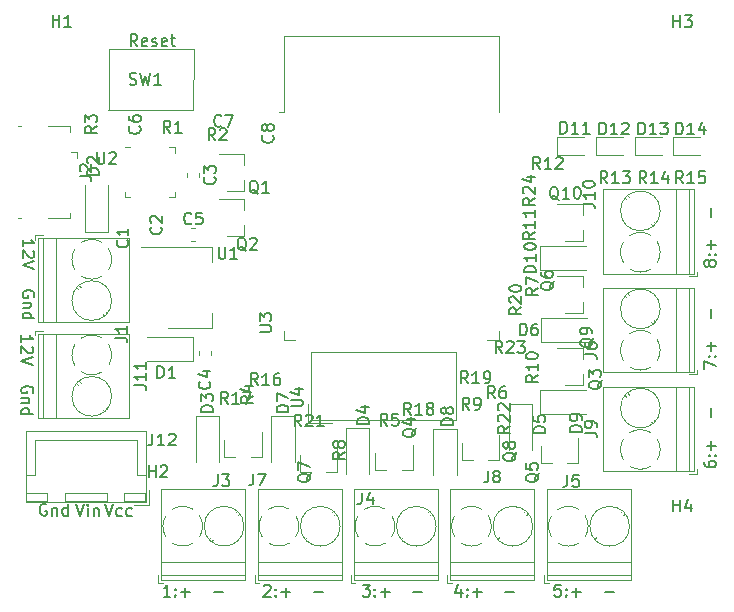
<source format=gbr>
G04 #@! TF.GenerationSoftware,KiCad,Pcbnew,(5.1.4)-1*
G04 #@! TF.CreationDate,2019-11-04T02:00:11+00:00*
G04 #@! TF.ProjectId,light_control,6c696768-745f-4636-9f6e-74726f6c2e6b,rev?*
G04 #@! TF.SameCoordinates,Original*
G04 #@! TF.FileFunction,Legend,Top*
G04 #@! TF.FilePolarity,Positive*
%FSLAX46Y46*%
G04 Gerber Fmt 4.6, Leading zero omitted, Abs format (unit mm)*
G04 Created by KiCad (PCBNEW (5.1.4)-1) date 2019-11-04 02:00:11*
%MOMM*%
%LPD*%
G04 APERTURE LIST*
%ADD10C,0.150000*%
%ADD11C,0.120000*%
G04 APERTURE END LIST*
D10*
X161280952Y-73833333D02*
X161233333Y-73928571D01*
X161185714Y-73976190D01*
X161090476Y-74023809D01*
X161042857Y-74023809D01*
X160947619Y-73976190D01*
X160900000Y-73928571D01*
X160852380Y-73833333D01*
X160852380Y-73642857D01*
X160900000Y-73547619D01*
X160947619Y-73500000D01*
X161042857Y-73452380D01*
X161090476Y-73452380D01*
X161185714Y-73500000D01*
X161233333Y-73547619D01*
X161280952Y-73642857D01*
X161280952Y-73833333D01*
X161328571Y-73928571D01*
X161376190Y-73976190D01*
X161471428Y-74023809D01*
X161661904Y-74023809D01*
X161757142Y-73976190D01*
X161804761Y-73928571D01*
X161852380Y-73833333D01*
X161852380Y-73642857D01*
X161804761Y-73547619D01*
X161757142Y-73500000D01*
X161661904Y-73452380D01*
X161471428Y-73452380D01*
X161376190Y-73500000D01*
X161328571Y-73547619D01*
X161280952Y-73642857D01*
X161757142Y-73023809D02*
X161804761Y-72976190D01*
X161852380Y-73023809D01*
X161804761Y-73071428D01*
X161757142Y-73023809D01*
X161852380Y-73023809D01*
X161233333Y-73023809D02*
X161280952Y-72976190D01*
X161328571Y-73023809D01*
X161280952Y-73071428D01*
X161233333Y-73023809D01*
X161328571Y-73023809D01*
X161471428Y-72547619D02*
X161471428Y-71785714D01*
X161852380Y-72166666D02*
X161090476Y-72166666D01*
X161471428Y-69785714D02*
X161471428Y-69023809D01*
X160852380Y-82671428D02*
X160852380Y-82004761D01*
X161852380Y-82433333D01*
X161757142Y-81623809D02*
X161804761Y-81576190D01*
X161852380Y-81623809D01*
X161804761Y-81671428D01*
X161757142Y-81623809D01*
X161852380Y-81623809D01*
X161233333Y-81623809D02*
X161280952Y-81576190D01*
X161328571Y-81623809D01*
X161280952Y-81671428D01*
X161233333Y-81623809D01*
X161328571Y-81623809D01*
X161471428Y-81147619D02*
X161471428Y-80385714D01*
X161852380Y-80766666D02*
X161090476Y-80766666D01*
X161471428Y-78385714D02*
X161471428Y-77623809D01*
X160852380Y-90547619D02*
X160852380Y-90738095D01*
X160900000Y-90833333D01*
X160947619Y-90880952D01*
X161090476Y-90976190D01*
X161280952Y-91023809D01*
X161661904Y-91023809D01*
X161757142Y-90976190D01*
X161804761Y-90928571D01*
X161852380Y-90833333D01*
X161852380Y-90642857D01*
X161804761Y-90547619D01*
X161757142Y-90500000D01*
X161661904Y-90452380D01*
X161423809Y-90452380D01*
X161328571Y-90500000D01*
X161280952Y-90547619D01*
X161233333Y-90642857D01*
X161233333Y-90833333D01*
X161280952Y-90928571D01*
X161328571Y-90976190D01*
X161423809Y-91023809D01*
X161757142Y-90023809D02*
X161804761Y-89976190D01*
X161852380Y-90023809D01*
X161804761Y-90071428D01*
X161757142Y-90023809D01*
X161852380Y-90023809D01*
X161233333Y-90023809D02*
X161280952Y-89976190D01*
X161328571Y-90023809D01*
X161280952Y-90071428D01*
X161233333Y-90023809D01*
X161328571Y-90023809D01*
X161471428Y-89547619D02*
X161471428Y-88785714D01*
X161852380Y-89166666D02*
X161090476Y-89166666D01*
X161471428Y-86785714D02*
X161471428Y-86023809D01*
X148700000Y-100952380D02*
X148223809Y-100952380D01*
X148176190Y-101428571D01*
X148223809Y-101380952D01*
X148319047Y-101333333D01*
X148557142Y-101333333D01*
X148652380Y-101380952D01*
X148700000Y-101428571D01*
X148747619Y-101523809D01*
X148747619Y-101761904D01*
X148700000Y-101857142D01*
X148652380Y-101904761D01*
X148557142Y-101952380D01*
X148319047Y-101952380D01*
X148223809Y-101904761D01*
X148176190Y-101857142D01*
X149176190Y-101857142D02*
X149223809Y-101904761D01*
X149176190Y-101952380D01*
X149128571Y-101904761D01*
X149176190Y-101857142D01*
X149176190Y-101952380D01*
X149176190Y-101333333D02*
X149223809Y-101380952D01*
X149176190Y-101428571D01*
X149128571Y-101380952D01*
X149176190Y-101333333D01*
X149176190Y-101428571D01*
X149652380Y-101571428D02*
X150414285Y-101571428D01*
X150033333Y-101952380D02*
X150033333Y-101190476D01*
X152414285Y-101571428D02*
X153176190Y-101571428D01*
X140252380Y-101285714D02*
X140252380Y-101952380D01*
X140014285Y-100904761D02*
X139776190Y-101619047D01*
X140395238Y-101619047D01*
X140776190Y-101857142D02*
X140823809Y-101904761D01*
X140776190Y-101952380D01*
X140728571Y-101904761D01*
X140776190Y-101857142D01*
X140776190Y-101952380D01*
X140776190Y-101333333D02*
X140823809Y-101380952D01*
X140776190Y-101428571D01*
X140728571Y-101380952D01*
X140776190Y-101333333D01*
X140776190Y-101428571D01*
X141252380Y-101571428D02*
X142014285Y-101571428D01*
X141633333Y-101952380D02*
X141633333Y-101190476D01*
X144014285Y-101571428D02*
X144776190Y-101571428D01*
X131928571Y-100952380D02*
X132547619Y-100952380D01*
X132214285Y-101333333D01*
X132357142Y-101333333D01*
X132452380Y-101380952D01*
X132500000Y-101428571D01*
X132547619Y-101523809D01*
X132547619Y-101761904D01*
X132500000Y-101857142D01*
X132452380Y-101904761D01*
X132357142Y-101952380D01*
X132071428Y-101952380D01*
X131976190Y-101904761D01*
X131928571Y-101857142D01*
X132976190Y-101857142D02*
X133023809Y-101904761D01*
X132976190Y-101952380D01*
X132928571Y-101904761D01*
X132976190Y-101857142D01*
X132976190Y-101952380D01*
X132976190Y-101333333D02*
X133023809Y-101380952D01*
X132976190Y-101428571D01*
X132928571Y-101380952D01*
X132976190Y-101333333D01*
X132976190Y-101428571D01*
X133452380Y-101571428D02*
X134214285Y-101571428D01*
X133833333Y-101952380D02*
X133833333Y-101190476D01*
X136214285Y-101571428D02*
X136976190Y-101571428D01*
X123576190Y-101047619D02*
X123623809Y-101000000D01*
X123719047Y-100952380D01*
X123957142Y-100952380D01*
X124052380Y-101000000D01*
X124100000Y-101047619D01*
X124147619Y-101142857D01*
X124147619Y-101238095D01*
X124100000Y-101380952D01*
X123528571Y-101952380D01*
X124147619Y-101952380D01*
X124576190Y-101857142D02*
X124623809Y-101904761D01*
X124576190Y-101952380D01*
X124528571Y-101904761D01*
X124576190Y-101857142D01*
X124576190Y-101952380D01*
X124576190Y-101333333D02*
X124623809Y-101380952D01*
X124576190Y-101428571D01*
X124528571Y-101380952D01*
X124576190Y-101333333D01*
X124576190Y-101428571D01*
X125052380Y-101571428D02*
X125814285Y-101571428D01*
X125433333Y-101952380D02*
X125433333Y-101190476D01*
X127814285Y-101571428D02*
X128576190Y-101571428D01*
X103047619Y-80414285D02*
X103047619Y-79842857D01*
X103047619Y-80128571D02*
X104047619Y-80128571D01*
X103904761Y-80033333D01*
X103809523Y-79938095D01*
X103761904Y-79842857D01*
X103952380Y-80795238D02*
X104000000Y-80842857D01*
X104047619Y-80938095D01*
X104047619Y-81176190D01*
X104000000Y-81271428D01*
X103952380Y-81319047D01*
X103857142Y-81366666D01*
X103761904Y-81366666D01*
X103619047Y-81319047D01*
X103047619Y-80747619D01*
X103047619Y-81366666D01*
X104047619Y-81652380D02*
X103047619Y-81985714D01*
X104047619Y-82319047D01*
X104000000Y-84700000D02*
X104047619Y-84604761D01*
X104047619Y-84461904D01*
X104000000Y-84319047D01*
X103904761Y-84223809D01*
X103809523Y-84176190D01*
X103619047Y-84128571D01*
X103476190Y-84128571D01*
X103285714Y-84176190D01*
X103190476Y-84223809D01*
X103095238Y-84319047D01*
X103047619Y-84461904D01*
X103047619Y-84557142D01*
X103095238Y-84700000D01*
X103142857Y-84747619D01*
X103476190Y-84747619D01*
X103476190Y-84557142D01*
X103714285Y-85176190D02*
X103047619Y-85176190D01*
X103619047Y-85176190D02*
X103666666Y-85223809D01*
X103714285Y-85319047D01*
X103714285Y-85461904D01*
X103666666Y-85557142D01*
X103571428Y-85604761D01*
X103047619Y-85604761D01*
X103047619Y-86509523D02*
X104047619Y-86509523D01*
X103095238Y-86509523D02*
X103047619Y-86414285D01*
X103047619Y-86223809D01*
X103095238Y-86128571D01*
X103142857Y-86080952D01*
X103238095Y-86033333D01*
X103523809Y-86033333D01*
X103619047Y-86080952D01*
X103666666Y-86128571D01*
X103714285Y-86223809D01*
X103714285Y-86414285D01*
X103666666Y-86509523D01*
X115647619Y-101952380D02*
X115076190Y-101952380D01*
X115361904Y-101952380D02*
X115361904Y-100952380D01*
X115266666Y-101095238D01*
X115171428Y-101190476D01*
X115076190Y-101238095D01*
X116076190Y-101857142D02*
X116123809Y-101904761D01*
X116076190Y-101952380D01*
X116028571Y-101904761D01*
X116076190Y-101857142D01*
X116076190Y-101952380D01*
X116076190Y-101333333D02*
X116123809Y-101380952D01*
X116076190Y-101428571D01*
X116028571Y-101380952D01*
X116076190Y-101333333D01*
X116076190Y-101428571D01*
X116552380Y-101571428D02*
X117314285Y-101571428D01*
X116933333Y-101952380D02*
X116933333Y-101190476D01*
X119314285Y-101571428D02*
X120076190Y-101571428D01*
X103147619Y-72314285D02*
X103147619Y-71742857D01*
X103147619Y-72028571D02*
X104147619Y-72028571D01*
X104004761Y-71933333D01*
X103909523Y-71838095D01*
X103861904Y-71742857D01*
X104052380Y-72695238D02*
X104100000Y-72742857D01*
X104147619Y-72838095D01*
X104147619Y-73076190D01*
X104100000Y-73171428D01*
X104052380Y-73219047D01*
X103957142Y-73266666D01*
X103861904Y-73266666D01*
X103719047Y-73219047D01*
X103147619Y-72647619D01*
X103147619Y-73266666D01*
X104147619Y-73552380D02*
X103147619Y-73885714D01*
X104147619Y-74219047D01*
X104100000Y-76600000D02*
X104147619Y-76504761D01*
X104147619Y-76361904D01*
X104100000Y-76219047D01*
X104004761Y-76123809D01*
X103909523Y-76076190D01*
X103719047Y-76028571D01*
X103576190Y-76028571D01*
X103385714Y-76076190D01*
X103290476Y-76123809D01*
X103195238Y-76219047D01*
X103147619Y-76361904D01*
X103147619Y-76457142D01*
X103195238Y-76600000D01*
X103242857Y-76647619D01*
X103576190Y-76647619D01*
X103576190Y-76457142D01*
X103814285Y-77076190D02*
X103147619Y-77076190D01*
X103719047Y-77076190D02*
X103766666Y-77123809D01*
X103814285Y-77219047D01*
X103814285Y-77361904D01*
X103766666Y-77457142D01*
X103671428Y-77504761D01*
X103147619Y-77504761D01*
X103147619Y-78409523D02*
X104147619Y-78409523D01*
X103195238Y-78409523D02*
X103147619Y-78314285D01*
X103147619Y-78123809D01*
X103195238Y-78028571D01*
X103242857Y-77980952D01*
X103338095Y-77933333D01*
X103623809Y-77933333D01*
X103719047Y-77980952D01*
X103766666Y-78028571D01*
X103814285Y-78123809D01*
X103814285Y-78314285D01*
X103766666Y-78409523D01*
X112861904Y-55352380D02*
X112528571Y-54876190D01*
X112290476Y-55352380D02*
X112290476Y-54352380D01*
X112671428Y-54352380D01*
X112766666Y-54400000D01*
X112814285Y-54447619D01*
X112861904Y-54542857D01*
X112861904Y-54685714D01*
X112814285Y-54780952D01*
X112766666Y-54828571D01*
X112671428Y-54876190D01*
X112290476Y-54876190D01*
X113671428Y-55304761D02*
X113576190Y-55352380D01*
X113385714Y-55352380D01*
X113290476Y-55304761D01*
X113242857Y-55209523D01*
X113242857Y-54828571D01*
X113290476Y-54733333D01*
X113385714Y-54685714D01*
X113576190Y-54685714D01*
X113671428Y-54733333D01*
X113719047Y-54828571D01*
X113719047Y-54923809D01*
X113242857Y-55019047D01*
X114100000Y-55304761D02*
X114195238Y-55352380D01*
X114385714Y-55352380D01*
X114480952Y-55304761D01*
X114528571Y-55209523D01*
X114528571Y-55161904D01*
X114480952Y-55066666D01*
X114385714Y-55019047D01*
X114242857Y-55019047D01*
X114147619Y-54971428D01*
X114100000Y-54876190D01*
X114100000Y-54828571D01*
X114147619Y-54733333D01*
X114242857Y-54685714D01*
X114385714Y-54685714D01*
X114480952Y-54733333D01*
X115338095Y-55304761D02*
X115242857Y-55352380D01*
X115052380Y-55352380D01*
X114957142Y-55304761D01*
X114909523Y-55209523D01*
X114909523Y-54828571D01*
X114957142Y-54733333D01*
X115052380Y-54685714D01*
X115242857Y-54685714D01*
X115338095Y-54733333D01*
X115385714Y-54828571D01*
X115385714Y-54923809D01*
X114909523Y-55019047D01*
X115671428Y-54685714D02*
X116052380Y-54685714D01*
X115814285Y-54352380D02*
X115814285Y-55209523D01*
X115861904Y-55304761D01*
X115957142Y-55352380D01*
X116052380Y-55352380D01*
X110109523Y-94152380D02*
X110442857Y-95152380D01*
X110776190Y-94152380D01*
X111538095Y-95104761D02*
X111442857Y-95152380D01*
X111252380Y-95152380D01*
X111157142Y-95104761D01*
X111109523Y-95057142D01*
X111061904Y-94961904D01*
X111061904Y-94676190D01*
X111109523Y-94580952D01*
X111157142Y-94533333D01*
X111252380Y-94485714D01*
X111442857Y-94485714D01*
X111538095Y-94533333D01*
X112395238Y-95104761D02*
X112300000Y-95152380D01*
X112109523Y-95152380D01*
X112014285Y-95104761D01*
X111966666Y-95057142D01*
X111919047Y-94961904D01*
X111919047Y-94676190D01*
X111966666Y-94580952D01*
X112014285Y-94533333D01*
X112109523Y-94485714D01*
X112300000Y-94485714D01*
X112395238Y-94533333D01*
X107676190Y-94152380D02*
X108009523Y-95152380D01*
X108342857Y-94152380D01*
X108676190Y-95152380D02*
X108676190Y-94485714D01*
X108676190Y-94152380D02*
X108628571Y-94200000D01*
X108676190Y-94247619D01*
X108723809Y-94200000D01*
X108676190Y-94152380D01*
X108676190Y-94247619D01*
X109152380Y-94485714D02*
X109152380Y-95152380D01*
X109152380Y-94580952D02*
X109200000Y-94533333D01*
X109295238Y-94485714D01*
X109438095Y-94485714D01*
X109533333Y-94533333D01*
X109580952Y-94628571D01*
X109580952Y-95152380D01*
X105157142Y-94150000D02*
X105061904Y-94102380D01*
X104919047Y-94102380D01*
X104776190Y-94150000D01*
X104680952Y-94245238D01*
X104633333Y-94340476D01*
X104585714Y-94530952D01*
X104585714Y-94673809D01*
X104633333Y-94864285D01*
X104680952Y-94959523D01*
X104776190Y-95054761D01*
X104919047Y-95102380D01*
X105014285Y-95102380D01*
X105157142Y-95054761D01*
X105204761Y-95007142D01*
X105204761Y-94673809D01*
X105014285Y-94673809D01*
X105633333Y-94435714D02*
X105633333Y-95102380D01*
X105633333Y-94530952D02*
X105680952Y-94483333D01*
X105776190Y-94435714D01*
X105919047Y-94435714D01*
X106014285Y-94483333D01*
X106061904Y-94578571D01*
X106061904Y-95102380D01*
X106966666Y-95102380D02*
X106966666Y-94102380D01*
X106966666Y-95054761D02*
X106871428Y-95102380D01*
X106680952Y-95102380D01*
X106585714Y-95054761D01*
X106538095Y-95007142D01*
X106490476Y-94911904D01*
X106490476Y-94626190D01*
X106538095Y-94530952D01*
X106585714Y-94483333D01*
X106680952Y-94435714D01*
X106871428Y-94435714D01*
X106966666Y-94483333D01*
D11*
X110450000Y-60741000D02*
X110550000Y-60766000D01*
X110450000Y-55566000D02*
X110450000Y-60741000D01*
X117600000Y-60766000D02*
X110400000Y-60766000D01*
X117625000Y-55566000D02*
X117600000Y-60766000D01*
X110450000Y-55566000D02*
X117625000Y-55566000D01*
X127300000Y-87260000D02*
X127300000Y-85650000D01*
X127300000Y-87260000D02*
X129300000Y-87260000D01*
X139840000Y-86980000D02*
X127590000Y-86980000D01*
X139840000Y-81220000D02*
X139840000Y-86980000D01*
X127580000Y-81220000D02*
X139840000Y-81220000D01*
X127580000Y-86970000D02*
X127580000Y-81230000D01*
X158215000Y-64535000D02*
X160500000Y-64535000D01*
X158215000Y-63065000D02*
X158215000Y-64535000D01*
X160500000Y-63065000D02*
X158215000Y-63065000D01*
X155015000Y-64535000D02*
X157300000Y-64535000D01*
X155015000Y-63065000D02*
X155015000Y-64535000D01*
X157300000Y-63065000D02*
X155015000Y-63065000D01*
X151715000Y-64535000D02*
X154000000Y-64535000D01*
X151715000Y-63065000D02*
X151715000Y-64535000D01*
X154000000Y-63065000D02*
X151715000Y-63065000D01*
X148415000Y-64535000D02*
X150700000Y-64535000D01*
X148415000Y-63065000D02*
X148415000Y-64535000D01*
X150700000Y-63065000D02*
X148415000Y-63065000D01*
X139100000Y-100800000D02*
X139500000Y-100800000D01*
X139100000Y-100160000D02*
X139100000Y-100800000D01*
X143505000Y-96941000D02*
X143376000Y-97069000D01*
X145720000Y-94725000D02*
X145626000Y-94819000D01*
X143675000Y-97181000D02*
X143581000Y-97274000D01*
X145925000Y-94931000D02*
X145796000Y-95059000D01*
X146460000Y-92840000D02*
X146460000Y-100560000D01*
X139340000Y-92840000D02*
X139340000Y-100560000D01*
X139340000Y-100560000D02*
X146460000Y-100560000D01*
X139340000Y-92840000D02*
X146460000Y-92840000D01*
X139340000Y-99000000D02*
X146460000Y-99000000D01*
X139340000Y-100100000D02*
X146460000Y-100100000D01*
X146330000Y-96000000D02*
G75*
G03X146330000Y-96000000I-1680000J0D01*
G01*
X141178674Y-97680099D02*
G75*
G02X140284000Y-97440000I-28674J1680099D01*
G01*
X139724642Y-96889894D02*
G75*
G02X139710000Y-95134000I1425358J889894D01*
G01*
X140260106Y-94574642D02*
G75*
G02X142016000Y-94560000I889894J-1425358D01*
G01*
X142575505Y-95109807D02*
G75*
G02X142575000Y-96891000I-1425505J-890193D01*
G01*
X142040264Y-97424721D02*
G75*
G02X141150000Y-97680000I-890264J1424721D01*
G01*
X113850000Y-94200000D02*
X113850000Y-92950000D01*
X112600000Y-94200000D02*
X113850000Y-94200000D01*
X104200000Y-88700000D02*
X108500000Y-88700000D01*
X104200000Y-91650000D02*
X104200000Y-88700000D01*
X103450000Y-91650000D02*
X104200000Y-91650000D01*
X112800000Y-88700000D02*
X108500000Y-88700000D01*
X112800000Y-91650000D02*
X112800000Y-88700000D01*
X113550000Y-91650000D02*
X112800000Y-91650000D01*
X103450000Y-93900000D02*
X105250000Y-93900000D01*
X103450000Y-93150000D02*
X103450000Y-93900000D01*
X105250000Y-93150000D02*
X103450000Y-93150000D01*
X105250000Y-93900000D02*
X105250000Y-93150000D01*
X111750000Y-93900000D02*
X113550000Y-93900000D01*
X111750000Y-93150000D02*
X111750000Y-93900000D01*
X113550000Y-93150000D02*
X111750000Y-93150000D01*
X113550000Y-93900000D02*
X113550000Y-93150000D01*
X106750000Y-93900000D02*
X110250000Y-93900000D01*
X106750000Y-93150000D02*
X106750000Y-93900000D01*
X110250000Y-93150000D02*
X106750000Y-93150000D01*
X110250000Y-93900000D02*
X110250000Y-93150000D01*
X103440000Y-93910000D02*
X113560000Y-93910000D01*
X103440000Y-87940000D02*
X103440000Y-93910000D01*
X113560000Y-87940000D02*
X103440000Y-87940000D01*
X113560000Y-93910000D02*
X113560000Y-87940000D01*
X104200000Y-79450000D02*
X104200000Y-79850000D01*
X104840000Y-79450000D02*
X104200000Y-79450000D01*
X108059000Y-83855000D02*
X107931000Y-83726000D01*
X110275000Y-86070000D02*
X110181000Y-85976000D01*
X107819000Y-84025000D02*
X107726000Y-83931000D01*
X110069000Y-86275000D02*
X109941000Y-86146000D01*
X112160000Y-86810000D02*
X104440000Y-86810000D01*
X112160000Y-79690000D02*
X104440000Y-79690000D01*
X104440000Y-79690000D02*
X104440000Y-86810000D01*
X112160000Y-79690000D02*
X112160000Y-86810000D01*
X106000000Y-79690000D02*
X106000000Y-86810000D01*
X104900000Y-79690000D02*
X104900000Y-86810000D01*
X110680000Y-85000000D02*
G75*
G03X110680000Y-85000000I-1680000J0D01*
G01*
X107319901Y-81528674D02*
G75*
G02X107560000Y-80634000I1680099J28674D01*
G01*
X108110106Y-80074642D02*
G75*
G02X109866000Y-80060000I889894J-1425358D01*
G01*
X110425358Y-80610106D02*
G75*
G02X110440000Y-82366000I-1425358J-889894D01*
G01*
X109890193Y-82925505D02*
G75*
G02X108109000Y-82925000I-890193J1425505D01*
G01*
X107575279Y-82390264D02*
G75*
G02X107320000Y-81500000I1424721J890264D01*
G01*
X160248000Y-74850000D02*
X160248000Y-74450000D01*
X159608000Y-74850000D02*
X160248000Y-74850000D01*
X156389000Y-70445000D02*
X156517000Y-70574000D01*
X154173000Y-68230000D02*
X154267000Y-68324000D01*
X156629000Y-70275000D02*
X156722000Y-70369000D01*
X154379000Y-68025000D02*
X154507000Y-68154000D01*
X152288000Y-67490000D02*
X160008000Y-67490000D01*
X152288000Y-74610000D02*
X160008000Y-74610000D01*
X160008000Y-74610000D02*
X160008000Y-67490000D01*
X152288000Y-74610000D02*
X152288000Y-67490000D01*
X158448000Y-74610000D02*
X158448000Y-67490000D01*
X159548000Y-74610000D02*
X159548000Y-67490000D01*
X157128000Y-69300000D02*
G75*
G03X157128000Y-69300000I-1680000J0D01*
G01*
X157128099Y-72771326D02*
G75*
G02X156888000Y-73666000I-1680099J-28674D01*
G01*
X156337894Y-74225358D02*
G75*
G02X154582000Y-74240000I-889894J1425358D01*
G01*
X154022642Y-73689894D02*
G75*
G02X154008000Y-71934000I1425358J889894D01*
G01*
X154557807Y-71374495D02*
G75*
G02X156339000Y-71375000I890193J-1425505D01*
G01*
X156872721Y-71909736D02*
G75*
G02X157128000Y-72800000I-1424721J-890264D01*
G01*
X160248000Y-91550000D02*
X160248000Y-91150000D01*
X159608000Y-91550000D02*
X160248000Y-91550000D01*
X156389000Y-87145000D02*
X156517000Y-87274000D01*
X154173000Y-84930000D02*
X154267000Y-85024000D01*
X156629000Y-86975000D02*
X156722000Y-87069000D01*
X154379000Y-84725000D02*
X154507000Y-84854000D01*
X152288000Y-84190000D02*
X160008000Y-84190000D01*
X152288000Y-91310000D02*
X160008000Y-91310000D01*
X160008000Y-91310000D02*
X160008000Y-84190000D01*
X152288000Y-91310000D02*
X152288000Y-84190000D01*
X158448000Y-91310000D02*
X158448000Y-84190000D01*
X159548000Y-91310000D02*
X159548000Y-84190000D01*
X157128000Y-86000000D02*
G75*
G03X157128000Y-86000000I-1680000J0D01*
G01*
X157128099Y-89471326D02*
G75*
G02X156888000Y-90366000I-1680099J-28674D01*
G01*
X156337894Y-90925358D02*
G75*
G02X154582000Y-90940000I-889894J1425358D01*
G01*
X154022642Y-90389894D02*
G75*
G02X154008000Y-88634000I1425358J889894D01*
G01*
X154557807Y-88074495D02*
G75*
G02X156339000Y-88075000I890193J-1425505D01*
G01*
X156872721Y-88609736D02*
G75*
G02X157128000Y-89500000I-1424721J-890264D01*
G01*
X122800000Y-100800000D02*
X123200000Y-100800000D01*
X122800000Y-100160000D02*
X122800000Y-100800000D01*
X127205000Y-96941000D02*
X127076000Y-97069000D01*
X129420000Y-94725000D02*
X129326000Y-94819000D01*
X127375000Y-97181000D02*
X127281000Y-97274000D01*
X129625000Y-94931000D02*
X129496000Y-95059000D01*
X130160000Y-92840000D02*
X130160000Y-100560000D01*
X123040000Y-92840000D02*
X123040000Y-100560000D01*
X123040000Y-100560000D02*
X130160000Y-100560000D01*
X123040000Y-92840000D02*
X130160000Y-92840000D01*
X123040000Y-99000000D02*
X130160000Y-99000000D01*
X123040000Y-100100000D02*
X130160000Y-100100000D01*
X130030000Y-96000000D02*
G75*
G03X130030000Y-96000000I-1680000J0D01*
G01*
X124878674Y-97680099D02*
G75*
G02X123984000Y-97440000I-28674J1680099D01*
G01*
X123424642Y-96889894D02*
G75*
G02X123410000Y-95134000I1425358J889894D01*
G01*
X123960106Y-94574642D02*
G75*
G02X125716000Y-94560000I889894J-1425358D01*
G01*
X126275505Y-95109807D02*
G75*
G02X126275000Y-96891000I-1425505J-890193D01*
G01*
X125740264Y-97424721D02*
G75*
G02X124850000Y-97680000I-890264J1424721D01*
G01*
X160248000Y-83150000D02*
X160248000Y-82750000D01*
X159608000Y-83150000D02*
X160248000Y-83150000D01*
X156389000Y-78745000D02*
X156517000Y-78874000D01*
X154173000Y-76530000D02*
X154267000Y-76624000D01*
X156629000Y-78575000D02*
X156722000Y-78669000D01*
X154379000Y-76325000D02*
X154507000Y-76454000D01*
X152288000Y-75790000D02*
X160008000Y-75790000D01*
X152288000Y-82910000D02*
X160008000Y-82910000D01*
X160008000Y-82910000D02*
X160008000Y-75790000D01*
X152288000Y-82910000D02*
X152288000Y-75790000D01*
X158448000Y-82910000D02*
X158448000Y-75790000D01*
X159548000Y-82910000D02*
X159548000Y-75790000D01*
X157128000Y-77600000D02*
G75*
G03X157128000Y-77600000I-1680000J0D01*
G01*
X157128099Y-81071326D02*
G75*
G02X156888000Y-81966000I-1680099J-28674D01*
G01*
X156337894Y-82525358D02*
G75*
G02X154582000Y-82540000I-889894J1425358D01*
G01*
X154022642Y-81989894D02*
G75*
G02X154008000Y-80234000I1425358J889894D01*
G01*
X154557807Y-79674495D02*
G75*
G02X156339000Y-79675000I890193J-1425505D01*
G01*
X156872721Y-80209736D02*
G75*
G02X157128000Y-81100000I-1424721J-890264D01*
G01*
X147300000Y-100800000D02*
X147700000Y-100800000D01*
X147300000Y-100160000D02*
X147300000Y-100800000D01*
X151705000Y-96941000D02*
X151576000Y-97069000D01*
X153920000Y-94725000D02*
X153826000Y-94819000D01*
X151875000Y-97181000D02*
X151781000Y-97274000D01*
X154125000Y-94931000D02*
X153996000Y-95059000D01*
X154660000Y-92840000D02*
X154660000Y-100560000D01*
X147540000Y-92840000D02*
X147540000Y-100560000D01*
X147540000Y-100560000D02*
X154660000Y-100560000D01*
X147540000Y-92840000D02*
X154660000Y-92840000D01*
X147540000Y-99000000D02*
X154660000Y-99000000D01*
X147540000Y-100100000D02*
X154660000Y-100100000D01*
X154530000Y-96000000D02*
G75*
G03X154530000Y-96000000I-1680000J0D01*
G01*
X149378674Y-97680099D02*
G75*
G02X148484000Y-97440000I-28674J1680099D01*
G01*
X147924642Y-96889894D02*
G75*
G02X147910000Y-95134000I1425358J889894D01*
G01*
X148460106Y-94574642D02*
G75*
G02X150216000Y-94560000I889894J-1425358D01*
G01*
X150775505Y-95109807D02*
G75*
G02X150775000Y-96891000I-1425505J-890193D01*
G01*
X150240264Y-97424721D02*
G75*
G02X149350000Y-97680000I-890264J1424721D01*
G01*
X130928000Y-100800000D02*
X131328000Y-100800000D01*
X130928000Y-100160000D02*
X130928000Y-100800000D01*
X135333000Y-96941000D02*
X135204000Y-97069000D01*
X137548000Y-94725000D02*
X137454000Y-94819000D01*
X135503000Y-97181000D02*
X135409000Y-97274000D01*
X137753000Y-94931000D02*
X137624000Y-95059000D01*
X138288000Y-92840000D02*
X138288000Y-100560000D01*
X131168000Y-92840000D02*
X131168000Y-100560000D01*
X131168000Y-100560000D02*
X138288000Y-100560000D01*
X131168000Y-92840000D02*
X138288000Y-92840000D01*
X131168000Y-99000000D02*
X138288000Y-99000000D01*
X131168000Y-100100000D02*
X138288000Y-100100000D01*
X138158000Y-96000000D02*
G75*
G03X138158000Y-96000000I-1680000J0D01*
G01*
X133006674Y-97680099D02*
G75*
G02X132112000Y-97440000I-28674J1680099D01*
G01*
X131552642Y-96889894D02*
G75*
G02X131538000Y-95134000I1425358J889894D01*
G01*
X132088106Y-94574642D02*
G75*
G02X133844000Y-94560000I889894J-1425358D01*
G01*
X134403505Y-95109807D02*
G75*
G02X134403000Y-96891000I-1425505J-890193D01*
G01*
X133868264Y-97424721D02*
G75*
G02X132978000Y-97680000I-890264J1424721D01*
G01*
X150560000Y-71880000D02*
X149100000Y-71880000D01*
X150560000Y-68720000D02*
X148400000Y-68720000D01*
X150560000Y-68720000D02*
X150560000Y-69650000D01*
X150560000Y-71880000D02*
X150560000Y-70950000D01*
X150560000Y-84080000D02*
X149100000Y-84080000D01*
X150560000Y-80920000D02*
X148400000Y-80920000D01*
X150560000Y-80920000D02*
X150560000Y-81850000D01*
X150560000Y-84080000D02*
X150560000Y-83150000D01*
X140320000Y-90422000D02*
X140320000Y-88962000D01*
X143480000Y-90422000D02*
X143480000Y-88262000D01*
X143480000Y-90422000D02*
X142550000Y-90422000D01*
X140320000Y-90422000D02*
X141250000Y-90422000D01*
X126620000Y-91438000D02*
X126620000Y-89978000D01*
X129780000Y-91438000D02*
X129780000Y-89278000D01*
X129780000Y-91438000D02*
X128850000Y-91438000D01*
X126620000Y-91438000D02*
X127550000Y-91438000D01*
X150560000Y-77980000D02*
X149100000Y-77980000D01*
X150560000Y-74820000D02*
X148400000Y-74820000D01*
X150560000Y-74820000D02*
X150560000Y-75750000D01*
X150560000Y-77980000D02*
X150560000Y-77050000D01*
X147010000Y-90676000D02*
X147010000Y-89216000D01*
X150170000Y-90676000D02*
X150170000Y-88516000D01*
X150170000Y-90676000D02*
X149240000Y-90676000D01*
X147010000Y-90676000D02*
X147940000Y-90676000D01*
X133020000Y-91260000D02*
X133020000Y-89800000D01*
X136180000Y-91260000D02*
X136180000Y-89100000D01*
X136180000Y-91260000D02*
X135250000Y-91260000D01*
X133020000Y-91260000D02*
X133950000Y-91260000D01*
X120220000Y-90168000D02*
X120220000Y-88708000D01*
X123380000Y-90168000D02*
X123380000Y-88008000D01*
X123380000Y-90168000D02*
X122450000Y-90168000D01*
X120220000Y-90168000D02*
X121150000Y-90168000D01*
X146950000Y-72300000D02*
X150850000Y-72300000D01*
X146950000Y-74300000D02*
X150850000Y-74300000D01*
X146950000Y-72300000D02*
X146950000Y-74300000D01*
X146950000Y-84500000D02*
X150850000Y-84500000D01*
X146950000Y-86500000D02*
X150850000Y-86500000D01*
X146950000Y-84500000D02*
X146950000Y-86500000D01*
X139900000Y-87750000D02*
X139900000Y-91650000D01*
X137900000Y-87750000D02*
X137900000Y-91650000D01*
X139900000Y-87750000D02*
X137900000Y-87750000D01*
X126200000Y-86634000D02*
X126200000Y-90534000D01*
X124200000Y-86634000D02*
X124200000Y-90534000D01*
X126200000Y-86634000D02*
X124200000Y-86634000D01*
X147050000Y-78400000D02*
X150950000Y-78400000D01*
X147050000Y-80400000D02*
X150950000Y-80400000D01*
X147050000Y-78400000D02*
X147050000Y-80400000D01*
X146288000Y-85634000D02*
X146288000Y-89534000D01*
X144288000Y-85634000D02*
X144288000Y-89534000D01*
X146288000Y-85634000D02*
X144288000Y-85634000D01*
X132500000Y-87650000D02*
X132500000Y-91550000D01*
X130500000Y-87650000D02*
X130500000Y-91550000D01*
X132500000Y-87650000D02*
X130500000Y-87650000D01*
X119800000Y-86634000D02*
X119800000Y-90534000D01*
X117800000Y-86634000D02*
X117800000Y-90534000D01*
X119800000Y-86634000D02*
X117800000Y-86634000D01*
X108400000Y-71050000D02*
X108400000Y-67150000D01*
X110400000Y-71050000D02*
X110400000Y-67150000D01*
X108400000Y-71050000D02*
X110400000Y-71050000D01*
X117550000Y-82000000D02*
X113650000Y-82000000D01*
X117550000Y-80000000D02*
X113650000Y-80000000D01*
X117550000Y-82000000D02*
X117550000Y-80000000D01*
X114650000Y-100800000D02*
X115050000Y-100800000D01*
X114650000Y-100160000D02*
X114650000Y-100800000D01*
X119055000Y-96941000D02*
X118926000Y-97069000D01*
X121270000Y-94725000D02*
X121176000Y-94819000D01*
X119225000Y-97181000D02*
X119131000Y-97274000D01*
X121475000Y-94931000D02*
X121346000Y-95059000D01*
X122010000Y-92840000D02*
X122010000Y-100560000D01*
X114890000Y-92840000D02*
X114890000Y-100560000D01*
X114890000Y-100560000D02*
X122010000Y-100560000D01*
X114890000Y-92840000D02*
X122010000Y-92840000D01*
X114890000Y-99000000D02*
X122010000Y-99000000D01*
X114890000Y-100100000D02*
X122010000Y-100100000D01*
X121880000Y-96000000D02*
G75*
G03X121880000Y-96000000I-1680000J0D01*
G01*
X116728674Y-97680099D02*
G75*
G02X115834000Y-97440000I-28674J1680099D01*
G01*
X115274642Y-96889894D02*
G75*
G02X115260000Y-95134000I1425358J889894D01*
G01*
X115810106Y-94574642D02*
G75*
G02X117566000Y-94560000I889894J-1425358D01*
G01*
X118125505Y-95109807D02*
G75*
G02X118125000Y-96891000I-1425505J-890193D01*
G01*
X117590264Y-97424721D02*
G75*
G02X116700000Y-97680000I-890264J1424721D01*
G01*
X104200000Y-71350000D02*
X104200000Y-71750000D01*
X104840000Y-71350000D02*
X104200000Y-71350000D01*
X108059000Y-75755000D02*
X107931000Y-75626000D01*
X110275000Y-77970000D02*
X110181000Y-77876000D01*
X107819000Y-75925000D02*
X107726000Y-75831000D01*
X110069000Y-78175000D02*
X109941000Y-78046000D01*
X112160000Y-78710000D02*
X104440000Y-78710000D01*
X112160000Y-71590000D02*
X104440000Y-71590000D01*
X104440000Y-71590000D02*
X104440000Y-78710000D01*
X112160000Y-71590000D02*
X112160000Y-78710000D01*
X106000000Y-71590000D02*
X106000000Y-78710000D01*
X104900000Y-71590000D02*
X104900000Y-78710000D01*
X110680000Y-76900000D02*
G75*
G03X110680000Y-76900000I-1680000J0D01*
G01*
X107319901Y-73428674D02*
G75*
G02X107560000Y-72534000I1680099J28674D01*
G01*
X108110106Y-71974642D02*
G75*
G02X109866000Y-71960000I889894J-1425358D01*
G01*
X110425358Y-72510106D02*
G75*
G02X110440000Y-74266000I-1425358J-889894D01*
G01*
X109890193Y-74825505D02*
G75*
G02X108109000Y-74825000I-890193J1425505D01*
G01*
X107575279Y-74290264D02*
G75*
G02X107320000Y-73400000I1424721J890264D01*
G01*
X107722500Y-64340000D02*
X107272500Y-64340000D01*
X107722500Y-64340000D02*
X107722500Y-64790000D01*
X107172500Y-69940000D02*
X107172500Y-69490000D01*
X105322500Y-69940000D02*
X107172500Y-69940000D01*
X102772500Y-62140000D02*
X103022500Y-62140000D01*
X102772500Y-69940000D02*
X103022500Y-69940000D01*
X105322500Y-62140000D02*
X107172500Y-62140000D01*
X107172500Y-62140000D02*
X107172500Y-62590000D01*
X125246000Y-60913000D02*
X124866000Y-60913000D01*
X125246000Y-54493000D02*
X125246000Y-60913000D01*
X143486000Y-54493000D02*
X143486000Y-60913000D01*
X125246000Y-54493000D02*
X143486000Y-54493000D01*
X143486000Y-80238000D02*
X142486000Y-80238000D01*
X143486000Y-79458000D02*
X143486000Y-80238000D01*
X125246000Y-80238000D02*
X126246000Y-80238000D01*
X125246000Y-79458000D02*
X125246000Y-80238000D01*
X112269000Y-63930000D02*
X111794000Y-63930000D01*
X116014000Y-68150000D02*
X116014000Y-67675000D01*
X115539000Y-68150000D02*
X116014000Y-68150000D01*
X111794000Y-68150000D02*
X111794000Y-67675000D01*
X112269000Y-68150000D02*
X111794000Y-68150000D01*
X116014000Y-63930000D02*
X116014000Y-64405000D01*
X115539000Y-63930000D02*
X116014000Y-63930000D01*
X113200000Y-72390000D02*
X119210000Y-72390000D01*
X115450000Y-79210000D02*
X119210000Y-79210000D01*
X119210000Y-72390000D02*
X119210000Y-73650000D01*
X119210000Y-79210000D02*
X119210000Y-77950000D01*
X121918000Y-71430000D02*
X120458000Y-71430000D01*
X121918000Y-68270000D02*
X119758000Y-68270000D01*
X121918000Y-68270000D02*
X121918000Y-69200000D01*
X121918000Y-71430000D02*
X121918000Y-70500000D01*
X121918000Y-67620000D02*
X120458000Y-67620000D01*
X121918000Y-64460000D02*
X119758000Y-64460000D01*
X121918000Y-64460000D02*
X121918000Y-65390000D01*
X121918000Y-67620000D02*
X121918000Y-66690000D01*
X117762779Y-70790000D02*
X117437221Y-70790000D01*
X117762779Y-71810000D02*
X117437221Y-71810000D01*
X118090000Y-81137221D02*
X118090000Y-81462779D01*
X119110000Y-81137221D02*
X119110000Y-81462779D01*
X117092000Y-66105721D02*
X117092000Y-66431279D01*
X118112000Y-66105721D02*
X118112000Y-66431279D01*
D10*
X146502380Y-68206857D02*
X146026190Y-68540190D01*
X146502380Y-68778285D02*
X145502380Y-68778285D01*
X145502380Y-68397333D01*
X145550000Y-68302095D01*
X145597619Y-68254476D01*
X145692857Y-68206857D01*
X145835714Y-68206857D01*
X145930952Y-68254476D01*
X145978571Y-68302095D01*
X146026190Y-68397333D01*
X146026190Y-68778285D01*
X145597619Y-67825904D02*
X145550000Y-67778285D01*
X145502380Y-67683047D01*
X145502380Y-67444952D01*
X145550000Y-67349714D01*
X145597619Y-67302095D01*
X145692857Y-67254476D01*
X145788095Y-67254476D01*
X145930952Y-67302095D01*
X146502380Y-67873523D01*
X146502380Y-67254476D01*
X145835714Y-66397333D02*
X146502380Y-66397333D01*
X145454761Y-66635428D02*
X146169047Y-66873523D01*
X146169047Y-66254476D01*
X143756142Y-81324380D02*
X143422809Y-80848190D01*
X143184714Y-81324380D02*
X143184714Y-80324380D01*
X143565666Y-80324380D01*
X143660904Y-80372000D01*
X143708523Y-80419619D01*
X143756142Y-80514857D01*
X143756142Y-80657714D01*
X143708523Y-80752952D01*
X143660904Y-80800571D01*
X143565666Y-80848190D01*
X143184714Y-80848190D01*
X144137095Y-80419619D02*
X144184714Y-80372000D01*
X144279952Y-80324380D01*
X144518047Y-80324380D01*
X144613285Y-80372000D01*
X144660904Y-80419619D01*
X144708523Y-80514857D01*
X144708523Y-80610095D01*
X144660904Y-80752952D01*
X144089476Y-81324380D01*
X144708523Y-81324380D01*
X145041857Y-80324380D02*
X145660904Y-80324380D01*
X145327571Y-80705333D01*
X145470428Y-80705333D01*
X145565666Y-80752952D01*
X145613285Y-80800571D01*
X145660904Y-80895809D01*
X145660904Y-81133904D01*
X145613285Y-81229142D01*
X145565666Y-81276761D01*
X145470428Y-81324380D01*
X145184714Y-81324380D01*
X145089476Y-81276761D01*
X145041857Y-81229142D01*
X144370380Y-87510857D02*
X143894190Y-87844190D01*
X144370380Y-88082285D02*
X143370380Y-88082285D01*
X143370380Y-87701333D01*
X143418000Y-87606095D01*
X143465619Y-87558476D01*
X143560857Y-87510857D01*
X143703714Y-87510857D01*
X143798952Y-87558476D01*
X143846571Y-87606095D01*
X143894190Y-87701333D01*
X143894190Y-88082285D01*
X143465619Y-87129904D02*
X143418000Y-87082285D01*
X143370380Y-86987047D01*
X143370380Y-86748952D01*
X143418000Y-86653714D01*
X143465619Y-86606095D01*
X143560857Y-86558476D01*
X143656095Y-86558476D01*
X143798952Y-86606095D01*
X144370380Y-87177523D01*
X144370380Y-86558476D01*
X143465619Y-86177523D02*
X143418000Y-86129904D01*
X143370380Y-86034666D01*
X143370380Y-85796571D01*
X143418000Y-85701333D01*
X143465619Y-85653714D01*
X143560857Y-85606095D01*
X143656095Y-85606095D01*
X143798952Y-85653714D01*
X144370380Y-86225142D01*
X144370380Y-85606095D01*
X126738142Y-87547380D02*
X126404809Y-87071190D01*
X126166714Y-87547380D02*
X126166714Y-86547380D01*
X126547666Y-86547380D01*
X126642904Y-86595000D01*
X126690523Y-86642619D01*
X126738142Y-86737857D01*
X126738142Y-86880714D01*
X126690523Y-86975952D01*
X126642904Y-87023571D01*
X126547666Y-87071190D01*
X126166714Y-87071190D01*
X127119095Y-86642619D02*
X127166714Y-86595000D01*
X127261952Y-86547380D01*
X127500047Y-86547380D01*
X127595285Y-86595000D01*
X127642904Y-86642619D01*
X127690523Y-86737857D01*
X127690523Y-86833095D01*
X127642904Y-86975952D01*
X127071476Y-87547380D01*
X127690523Y-87547380D01*
X128642904Y-87547380D02*
X128071476Y-87547380D01*
X128357190Y-87547380D02*
X128357190Y-86547380D01*
X128261952Y-86690238D01*
X128166714Y-86785476D01*
X128071476Y-86833095D01*
X145359380Y-77477857D02*
X144883190Y-77811190D01*
X145359380Y-78049285D02*
X144359380Y-78049285D01*
X144359380Y-77668333D01*
X144407000Y-77573095D01*
X144454619Y-77525476D01*
X144549857Y-77477857D01*
X144692714Y-77477857D01*
X144787952Y-77525476D01*
X144835571Y-77573095D01*
X144883190Y-77668333D01*
X144883190Y-78049285D01*
X144454619Y-77096904D02*
X144407000Y-77049285D01*
X144359380Y-76954047D01*
X144359380Y-76715952D01*
X144407000Y-76620714D01*
X144454619Y-76573095D01*
X144549857Y-76525476D01*
X144645095Y-76525476D01*
X144787952Y-76573095D01*
X145359380Y-77144523D01*
X145359380Y-76525476D01*
X144359380Y-75906428D02*
X144359380Y-75811190D01*
X144407000Y-75715952D01*
X144454619Y-75668333D01*
X144549857Y-75620714D01*
X144740333Y-75573095D01*
X144978428Y-75573095D01*
X145168904Y-75620714D01*
X145264142Y-75668333D01*
X145311761Y-75715952D01*
X145359380Y-75811190D01*
X145359380Y-75906428D01*
X145311761Y-76001666D01*
X145264142Y-76049285D01*
X145168904Y-76096904D01*
X144978428Y-76144523D01*
X144740333Y-76144523D01*
X144549857Y-76096904D01*
X144454619Y-76049285D01*
X144407000Y-76001666D01*
X144359380Y-75906428D01*
X140835142Y-83891380D02*
X140501809Y-83415190D01*
X140263714Y-83891380D02*
X140263714Y-82891380D01*
X140644666Y-82891380D01*
X140739904Y-82939000D01*
X140787523Y-82986619D01*
X140835142Y-83081857D01*
X140835142Y-83224714D01*
X140787523Y-83319952D01*
X140739904Y-83367571D01*
X140644666Y-83415190D01*
X140263714Y-83415190D01*
X141787523Y-83891380D02*
X141216095Y-83891380D01*
X141501809Y-83891380D02*
X141501809Y-82891380D01*
X141406571Y-83034238D01*
X141311333Y-83129476D01*
X141216095Y-83177095D01*
X142263714Y-83891380D02*
X142454190Y-83891380D01*
X142549428Y-83843761D01*
X142597047Y-83796142D01*
X142692285Y-83653285D01*
X142739904Y-83462809D01*
X142739904Y-83081857D01*
X142692285Y-82986619D01*
X142644666Y-82939000D01*
X142549428Y-82891380D01*
X142358952Y-82891380D01*
X142263714Y-82939000D01*
X142216095Y-82986619D01*
X142168476Y-83081857D01*
X142168476Y-83319952D01*
X142216095Y-83415190D01*
X142263714Y-83462809D01*
X142358952Y-83510428D01*
X142549428Y-83510428D01*
X142644666Y-83462809D01*
X142692285Y-83415190D01*
X142739904Y-83319952D01*
X136009142Y-86558380D02*
X135675809Y-86082190D01*
X135437714Y-86558380D02*
X135437714Y-85558380D01*
X135818666Y-85558380D01*
X135913904Y-85606000D01*
X135961523Y-85653619D01*
X136009142Y-85748857D01*
X136009142Y-85891714D01*
X135961523Y-85986952D01*
X135913904Y-86034571D01*
X135818666Y-86082190D01*
X135437714Y-86082190D01*
X136961523Y-86558380D02*
X136390095Y-86558380D01*
X136675809Y-86558380D02*
X136675809Y-85558380D01*
X136580571Y-85701238D01*
X136485333Y-85796476D01*
X136390095Y-85844095D01*
X137532952Y-85986952D02*
X137437714Y-85939333D01*
X137390095Y-85891714D01*
X137342476Y-85796476D01*
X137342476Y-85748857D01*
X137390095Y-85653619D01*
X137437714Y-85606000D01*
X137532952Y-85558380D01*
X137723428Y-85558380D01*
X137818666Y-85606000D01*
X137866285Y-85653619D01*
X137913904Y-85748857D01*
X137913904Y-85796476D01*
X137866285Y-85891714D01*
X137818666Y-85939333D01*
X137723428Y-85986952D01*
X137532952Y-85986952D01*
X137437714Y-86034571D01*
X137390095Y-86082190D01*
X137342476Y-86177428D01*
X137342476Y-86367904D01*
X137390095Y-86463142D01*
X137437714Y-86510761D01*
X137532952Y-86558380D01*
X137723428Y-86558380D01*
X137818666Y-86510761D01*
X137866285Y-86463142D01*
X137913904Y-86367904D01*
X137913904Y-86177428D01*
X137866285Y-86082190D01*
X137818666Y-86034571D01*
X137723428Y-85986952D01*
X120515142Y-85642380D02*
X120181809Y-85166190D01*
X119943714Y-85642380D02*
X119943714Y-84642380D01*
X120324666Y-84642380D01*
X120419904Y-84690000D01*
X120467523Y-84737619D01*
X120515142Y-84832857D01*
X120515142Y-84975714D01*
X120467523Y-85070952D01*
X120419904Y-85118571D01*
X120324666Y-85166190D01*
X119943714Y-85166190D01*
X121467523Y-85642380D02*
X120896095Y-85642380D01*
X121181809Y-85642380D02*
X121181809Y-84642380D01*
X121086571Y-84785238D01*
X120991333Y-84880476D01*
X120896095Y-84928095D01*
X121800857Y-84642380D02*
X122467523Y-84642380D01*
X122038952Y-85642380D01*
X112204666Y-58570761D02*
X112347523Y-58618380D01*
X112585619Y-58618380D01*
X112680857Y-58570761D01*
X112728476Y-58523142D01*
X112776095Y-58427904D01*
X112776095Y-58332666D01*
X112728476Y-58237428D01*
X112680857Y-58189809D01*
X112585619Y-58142190D01*
X112395142Y-58094571D01*
X112299904Y-58046952D01*
X112252285Y-57999333D01*
X112204666Y-57904095D01*
X112204666Y-57808857D01*
X112252285Y-57713619D01*
X112299904Y-57666000D01*
X112395142Y-57618380D01*
X112633238Y-57618380D01*
X112776095Y-57666000D01*
X113109428Y-57618380D02*
X113347523Y-58618380D01*
X113538000Y-57904095D01*
X113728476Y-58618380D01*
X113966571Y-57618380D01*
X114871333Y-58618380D02*
X114299904Y-58618380D01*
X114585619Y-58618380D02*
X114585619Y-57618380D01*
X114490380Y-57761238D01*
X114395142Y-57856476D01*
X114299904Y-57904095D01*
X123057142Y-84052380D02*
X122723809Y-83576190D01*
X122485714Y-84052380D02*
X122485714Y-83052380D01*
X122866666Y-83052380D01*
X122961904Y-83100000D01*
X123009523Y-83147619D01*
X123057142Y-83242857D01*
X123057142Y-83385714D01*
X123009523Y-83480952D01*
X122961904Y-83528571D01*
X122866666Y-83576190D01*
X122485714Y-83576190D01*
X124009523Y-84052380D02*
X123438095Y-84052380D01*
X123723809Y-84052380D02*
X123723809Y-83052380D01*
X123628571Y-83195238D01*
X123533333Y-83290476D01*
X123438095Y-83338095D01*
X124866666Y-83052380D02*
X124676190Y-83052380D01*
X124580952Y-83100000D01*
X124533333Y-83147619D01*
X124438095Y-83290476D01*
X124390476Y-83480952D01*
X124390476Y-83861904D01*
X124438095Y-83957142D01*
X124485714Y-84004761D01*
X124580952Y-84052380D01*
X124771428Y-84052380D01*
X124866666Y-84004761D01*
X124914285Y-83957142D01*
X124961904Y-83861904D01*
X124961904Y-83623809D01*
X124914285Y-83528571D01*
X124866666Y-83480952D01*
X124771428Y-83433333D01*
X124580952Y-83433333D01*
X124485714Y-83480952D01*
X124438095Y-83528571D01*
X124390476Y-83623809D01*
X125852380Y-85861904D02*
X126661904Y-85861904D01*
X126757142Y-85814285D01*
X126804761Y-85766666D01*
X126852380Y-85671428D01*
X126852380Y-85480952D01*
X126804761Y-85385714D01*
X126757142Y-85338095D01*
X126661904Y-85290476D01*
X125852380Y-85290476D01*
X126185714Y-84385714D02*
X126852380Y-84385714D01*
X125804761Y-84623809D02*
X126519047Y-84861904D01*
X126519047Y-84242857D01*
X159057142Y-66952380D02*
X158723809Y-66476190D01*
X158485714Y-66952380D02*
X158485714Y-65952380D01*
X158866666Y-65952380D01*
X158961904Y-66000000D01*
X159009523Y-66047619D01*
X159057142Y-66142857D01*
X159057142Y-66285714D01*
X159009523Y-66380952D01*
X158961904Y-66428571D01*
X158866666Y-66476190D01*
X158485714Y-66476190D01*
X160009523Y-66952380D02*
X159438095Y-66952380D01*
X159723809Y-66952380D02*
X159723809Y-65952380D01*
X159628571Y-66095238D01*
X159533333Y-66190476D01*
X159438095Y-66238095D01*
X160914285Y-65952380D02*
X160438095Y-65952380D01*
X160390476Y-66428571D01*
X160438095Y-66380952D01*
X160533333Y-66333333D01*
X160771428Y-66333333D01*
X160866666Y-66380952D01*
X160914285Y-66428571D01*
X160961904Y-66523809D01*
X160961904Y-66761904D01*
X160914285Y-66857142D01*
X160866666Y-66904761D01*
X160771428Y-66952380D01*
X160533333Y-66952380D01*
X160438095Y-66904761D01*
X160390476Y-66857142D01*
X155957142Y-66952380D02*
X155623809Y-66476190D01*
X155385714Y-66952380D02*
X155385714Y-65952380D01*
X155766666Y-65952380D01*
X155861904Y-66000000D01*
X155909523Y-66047619D01*
X155957142Y-66142857D01*
X155957142Y-66285714D01*
X155909523Y-66380952D01*
X155861904Y-66428571D01*
X155766666Y-66476190D01*
X155385714Y-66476190D01*
X156909523Y-66952380D02*
X156338095Y-66952380D01*
X156623809Y-66952380D02*
X156623809Y-65952380D01*
X156528571Y-66095238D01*
X156433333Y-66190476D01*
X156338095Y-66238095D01*
X157766666Y-66285714D02*
X157766666Y-66952380D01*
X157528571Y-65904761D02*
X157290476Y-66619047D01*
X157909523Y-66619047D01*
X152657142Y-66952380D02*
X152323809Y-66476190D01*
X152085714Y-66952380D02*
X152085714Y-65952380D01*
X152466666Y-65952380D01*
X152561904Y-66000000D01*
X152609523Y-66047619D01*
X152657142Y-66142857D01*
X152657142Y-66285714D01*
X152609523Y-66380952D01*
X152561904Y-66428571D01*
X152466666Y-66476190D01*
X152085714Y-66476190D01*
X153609523Y-66952380D02*
X153038095Y-66952380D01*
X153323809Y-66952380D02*
X153323809Y-65952380D01*
X153228571Y-66095238D01*
X153133333Y-66190476D01*
X153038095Y-66238095D01*
X153942857Y-65952380D02*
X154561904Y-65952380D01*
X154228571Y-66333333D01*
X154371428Y-66333333D01*
X154466666Y-66380952D01*
X154514285Y-66428571D01*
X154561904Y-66523809D01*
X154561904Y-66761904D01*
X154514285Y-66857142D01*
X154466666Y-66904761D01*
X154371428Y-66952380D01*
X154085714Y-66952380D01*
X153990476Y-66904761D01*
X153942857Y-66857142D01*
X146957142Y-65752380D02*
X146623809Y-65276190D01*
X146385714Y-65752380D02*
X146385714Y-64752380D01*
X146766666Y-64752380D01*
X146861904Y-64800000D01*
X146909523Y-64847619D01*
X146957142Y-64942857D01*
X146957142Y-65085714D01*
X146909523Y-65180952D01*
X146861904Y-65228571D01*
X146766666Y-65276190D01*
X146385714Y-65276190D01*
X147909523Y-65752380D02*
X147338095Y-65752380D01*
X147623809Y-65752380D02*
X147623809Y-64752380D01*
X147528571Y-64895238D01*
X147433333Y-64990476D01*
X147338095Y-65038095D01*
X148290476Y-64847619D02*
X148338095Y-64800000D01*
X148433333Y-64752380D01*
X148671428Y-64752380D01*
X148766666Y-64800000D01*
X148814285Y-64847619D01*
X148861904Y-64942857D01*
X148861904Y-65038095D01*
X148814285Y-65180952D01*
X148242857Y-65752380D01*
X148861904Y-65752380D01*
X158485714Y-62822380D02*
X158485714Y-61822380D01*
X158723809Y-61822380D01*
X158866666Y-61870000D01*
X158961904Y-61965238D01*
X159009523Y-62060476D01*
X159057142Y-62250952D01*
X159057142Y-62393809D01*
X159009523Y-62584285D01*
X158961904Y-62679523D01*
X158866666Y-62774761D01*
X158723809Y-62822380D01*
X158485714Y-62822380D01*
X160009523Y-62822380D02*
X159438095Y-62822380D01*
X159723809Y-62822380D02*
X159723809Y-61822380D01*
X159628571Y-61965238D01*
X159533333Y-62060476D01*
X159438095Y-62108095D01*
X160866666Y-62155714D02*
X160866666Y-62822380D01*
X160628571Y-61774761D02*
X160390476Y-62489047D01*
X161009523Y-62489047D01*
X155285714Y-62822380D02*
X155285714Y-61822380D01*
X155523809Y-61822380D01*
X155666666Y-61870000D01*
X155761904Y-61965238D01*
X155809523Y-62060476D01*
X155857142Y-62250952D01*
X155857142Y-62393809D01*
X155809523Y-62584285D01*
X155761904Y-62679523D01*
X155666666Y-62774761D01*
X155523809Y-62822380D01*
X155285714Y-62822380D01*
X156809523Y-62822380D02*
X156238095Y-62822380D01*
X156523809Y-62822380D02*
X156523809Y-61822380D01*
X156428571Y-61965238D01*
X156333333Y-62060476D01*
X156238095Y-62108095D01*
X157142857Y-61822380D02*
X157761904Y-61822380D01*
X157428571Y-62203333D01*
X157571428Y-62203333D01*
X157666666Y-62250952D01*
X157714285Y-62298571D01*
X157761904Y-62393809D01*
X157761904Y-62631904D01*
X157714285Y-62727142D01*
X157666666Y-62774761D01*
X157571428Y-62822380D01*
X157285714Y-62822380D01*
X157190476Y-62774761D01*
X157142857Y-62727142D01*
X151985714Y-62822380D02*
X151985714Y-61822380D01*
X152223809Y-61822380D01*
X152366666Y-61870000D01*
X152461904Y-61965238D01*
X152509523Y-62060476D01*
X152557142Y-62250952D01*
X152557142Y-62393809D01*
X152509523Y-62584285D01*
X152461904Y-62679523D01*
X152366666Y-62774761D01*
X152223809Y-62822380D01*
X151985714Y-62822380D01*
X153509523Y-62822380D02*
X152938095Y-62822380D01*
X153223809Y-62822380D02*
X153223809Y-61822380D01*
X153128571Y-61965238D01*
X153033333Y-62060476D01*
X152938095Y-62108095D01*
X153890476Y-61917619D02*
X153938095Y-61870000D01*
X154033333Y-61822380D01*
X154271428Y-61822380D01*
X154366666Y-61870000D01*
X154414285Y-61917619D01*
X154461904Y-62012857D01*
X154461904Y-62108095D01*
X154414285Y-62250952D01*
X153842857Y-62822380D01*
X154461904Y-62822380D01*
X148685714Y-62752380D02*
X148685714Y-61752380D01*
X148923809Y-61752380D01*
X149066666Y-61800000D01*
X149161904Y-61895238D01*
X149209523Y-61990476D01*
X149257142Y-62180952D01*
X149257142Y-62323809D01*
X149209523Y-62514285D01*
X149161904Y-62609523D01*
X149066666Y-62704761D01*
X148923809Y-62752380D01*
X148685714Y-62752380D01*
X150209523Y-62752380D02*
X149638095Y-62752380D01*
X149923809Y-62752380D02*
X149923809Y-61752380D01*
X149828571Y-61895238D01*
X149733333Y-61990476D01*
X149638095Y-62038095D01*
X151161904Y-62752380D02*
X150590476Y-62752380D01*
X150876190Y-62752380D02*
X150876190Y-61752380D01*
X150780952Y-61895238D01*
X150685714Y-61990476D01*
X150590476Y-62038095D01*
X158238095Y-94752380D02*
X158238095Y-93752380D01*
X158238095Y-94228571D02*
X158809523Y-94228571D01*
X158809523Y-94752380D02*
X158809523Y-93752380D01*
X159714285Y-94085714D02*
X159714285Y-94752380D01*
X159476190Y-93704761D02*
X159238095Y-94419047D01*
X159857142Y-94419047D01*
X158238095Y-53752380D02*
X158238095Y-52752380D01*
X158238095Y-53228571D02*
X158809523Y-53228571D01*
X158809523Y-53752380D02*
X158809523Y-52752380D01*
X159190476Y-52752380D02*
X159809523Y-52752380D01*
X159476190Y-53133333D01*
X159619047Y-53133333D01*
X159714285Y-53180952D01*
X159761904Y-53228571D01*
X159809523Y-53323809D01*
X159809523Y-53561904D01*
X159761904Y-53657142D01*
X159714285Y-53704761D01*
X159619047Y-53752380D01*
X159333333Y-53752380D01*
X159238095Y-53704761D01*
X159190476Y-53657142D01*
X113838095Y-91852380D02*
X113838095Y-90852380D01*
X113838095Y-91328571D02*
X114409523Y-91328571D01*
X114409523Y-91852380D02*
X114409523Y-90852380D01*
X114838095Y-90947619D02*
X114885714Y-90900000D01*
X114980952Y-90852380D01*
X115219047Y-90852380D01*
X115314285Y-90900000D01*
X115361904Y-90947619D01*
X115409523Y-91042857D01*
X115409523Y-91138095D01*
X115361904Y-91280952D01*
X114790476Y-91852380D01*
X115409523Y-91852380D01*
X105688095Y-53702380D02*
X105688095Y-52702380D01*
X105688095Y-53178571D02*
X106259523Y-53178571D01*
X106259523Y-53702380D02*
X106259523Y-52702380D01*
X107259523Y-53702380D02*
X106688095Y-53702380D01*
X106973809Y-53702380D02*
X106973809Y-52702380D01*
X106878571Y-52845238D01*
X106783333Y-52940476D01*
X106688095Y-52988095D01*
X142566666Y-91292380D02*
X142566666Y-92006666D01*
X142519047Y-92149523D01*
X142423809Y-92244761D01*
X142280952Y-92292380D01*
X142185714Y-92292380D01*
X143185714Y-91720952D02*
X143090476Y-91673333D01*
X143042857Y-91625714D01*
X142995238Y-91530476D01*
X142995238Y-91482857D01*
X143042857Y-91387619D01*
X143090476Y-91340000D01*
X143185714Y-91292380D01*
X143376190Y-91292380D01*
X143471428Y-91340000D01*
X143519047Y-91387619D01*
X143566666Y-91482857D01*
X143566666Y-91530476D01*
X143519047Y-91625714D01*
X143471428Y-91673333D01*
X143376190Y-91720952D01*
X143185714Y-91720952D01*
X143090476Y-91768571D01*
X143042857Y-91816190D01*
X142995238Y-91911428D01*
X142995238Y-92101904D01*
X143042857Y-92197142D01*
X143090476Y-92244761D01*
X143185714Y-92292380D01*
X143376190Y-92292380D01*
X143471428Y-92244761D01*
X143519047Y-92197142D01*
X143566666Y-92101904D01*
X143566666Y-91911428D01*
X143519047Y-91816190D01*
X143471428Y-91768571D01*
X143376190Y-91720952D01*
X114140476Y-88152380D02*
X114140476Y-88866666D01*
X114092857Y-89009523D01*
X113997619Y-89104761D01*
X113854761Y-89152380D01*
X113759523Y-89152380D01*
X115140476Y-89152380D02*
X114569047Y-89152380D01*
X114854761Y-89152380D02*
X114854761Y-88152380D01*
X114759523Y-88295238D01*
X114664285Y-88390476D01*
X114569047Y-88438095D01*
X115521428Y-88247619D02*
X115569047Y-88200000D01*
X115664285Y-88152380D01*
X115902380Y-88152380D01*
X115997619Y-88200000D01*
X116045238Y-88247619D01*
X116092857Y-88342857D01*
X116092857Y-88438095D01*
X116045238Y-88580952D01*
X115473809Y-89152380D01*
X116092857Y-89152380D01*
X112612380Y-84059523D02*
X113326666Y-84059523D01*
X113469523Y-84107142D01*
X113564761Y-84202380D01*
X113612380Y-84345238D01*
X113612380Y-84440476D01*
X113612380Y-83059523D02*
X113612380Y-83630952D01*
X113612380Y-83345238D02*
X112612380Y-83345238D01*
X112755238Y-83440476D01*
X112850476Y-83535714D01*
X112898095Y-83630952D01*
X113612380Y-82107142D02*
X113612380Y-82678571D01*
X113612380Y-82392857D02*
X112612380Y-82392857D01*
X112755238Y-82488095D01*
X112850476Y-82583333D01*
X112898095Y-82678571D01*
X122626380Y-85002666D02*
X122150190Y-85336000D01*
X122626380Y-85574095D02*
X121626380Y-85574095D01*
X121626380Y-85193142D01*
X121674000Y-85097904D01*
X121721619Y-85050285D01*
X121816857Y-85002666D01*
X121959714Y-85002666D01*
X122054952Y-85050285D01*
X122102571Y-85097904D01*
X122150190Y-85193142D01*
X122150190Y-85574095D01*
X121959714Y-84145523D02*
X122626380Y-84145523D01*
X121578761Y-84383619D02*
X122293047Y-84621714D01*
X122293047Y-84002666D01*
X150582380Y-68709523D02*
X151296666Y-68709523D01*
X151439523Y-68757142D01*
X151534761Y-68852380D01*
X151582380Y-68995238D01*
X151582380Y-69090476D01*
X151582380Y-67709523D02*
X151582380Y-68280952D01*
X151582380Y-67995238D02*
X150582380Y-67995238D01*
X150725238Y-68090476D01*
X150820476Y-68185714D01*
X150868095Y-68280952D01*
X150582380Y-67090476D02*
X150582380Y-66995238D01*
X150630000Y-66900000D01*
X150677619Y-66852380D01*
X150772857Y-66804761D01*
X150963333Y-66757142D01*
X151201428Y-66757142D01*
X151391904Y-66804761D01*
X151487142Y-66852380D01*
X151534761Y-66900000D01*
X151582380Y-66995238D01*
X151582380Y-67090476D01*
X151534761Y-67185714D01*
X151487142Y-67233333D01*
X151391904Y-67280952D01*
X151201428Y-67328571D01*
X150963333Y-67328571D01*
X150772857Y-67280952D01*
X150677619Y-67233333D01*
X150630000Y-67185714D01*
X150582380Y-67090476D01*
X150740380Y-88083333D02*
X151454666Y-88083333D01*
X151597523Y-88130952D01*
X151692761Y-88226190D01*
X151740380Y-88369047D01*
X151740380Y-88464285D01*
X151740380Y-87559523D02*
X151740380Y-87369047D01*
X151692761Y-87273809D01*
X151645142Y-87226190D01*
X151502285Y-87130952D01*
X151311809Y-87083333D01*
X150930857Y-87083333D01*
X150835619Y-87130952D01*
X150788000Y-87178571D01*
X150740380Y-87273809D01*
X150740380Y-87464285D01*
X150788000Y-87559523D01*
X150835619Y-87607142D01*
X150930857Y-87654761D01*
X151168952Y-87654761D01*
X151264190Y-87607142D01*
X151311809Y-87559523D01*
X151359428Y-87464285D01*
X151359428Y-87273809D01*
X151311809Y-87178571D01*
X151264190Y-87130952D01*
X151168952Y-87083333D01*
X122666666Y-91552380D02*
X122666666Y-92266666D01*
X122619047Y-92409523D01*
X122523809Y-92504761D01*
X122380952Y-92552380D01*
X122285714Y-92552380D01*
X123047619Y-91552380D02*
X123714285Y-91552380D01*
X123285714Y-92552380D01*
X150740380Y-81433333D02*
X151454666Y-81433333D01*
X151597523Y-81480952D01*
X151692761Y-81576190D01*
X151740380Y-81719047D01*
X151740380Y-81814285D01*
X150740380Y-80528571D02*
X150740380Y-80719047D01*
X150788000Y-80814285D01*
X150835619Y-80861904D01*
X150978476Y-80957142D01*
X151168952Y-81004761D01*
X151549904Y-81004761D01*
X151645142Y-80957142D01*
X151692761Y-80909523D01*
X151740380Y-80814285D01*
X151740380Y-80623809D01*
X151692761Y-80528571D01*
X151645142Y-80480952D01*
X151549904Y-80433333D01*
X151311809Y-80433333D01*
X151216571Y-80480952D01*
X151168952Y-80528571D01*
X151121333Y-80623809D01*
X151121333Y-80814285D01*
X151168952Y-80909523D01*
X151216571Y-80957142D01*
X151311809Y-81004761D01*
X149272666Y-91654380D02*
X149272666Y-92368666D01*
X149225047Y-92511523D01*
X149129809Y-92606761D01*
X148986952Y-92654380D01*
X148891714Y-92654380D01*
X150225047Y-91654380D02*
X149748857Y-91654380D01*
X149701238Y-92130571D01*
X149748857Y-92082952D01*
X149844095Y-92035333D01*
X150082190Y-92035333D01*
X150177428Y-92082952D01*
X150225047Y-92130571D01*
X150272666Y-92225809D01*
X150272666Y-92463904D01*
X150225047Y-92559142D01*
X150177428Y-92606761D01*
X150082190Y-92654380D01*
X149844095Y-92654380D01*
X149748857Y-92606761D01*
X149701238Y-92559142D01*
X131866666Y-93152380D02*
X131866666Y-93866666D01*
X131819047Y-94009523D01*
X131723809Y-94104761D01*
X131580952Y-94152380D01*
X131485714Y-94152380D01*
X132771428Y-93485714D02*
X132771428Y-94152380D01*
X132533333Y-93104761D02*
X132295238Y-93819047D01*
X132914285Y-93819047D01*
X148526571Y-68365619D02*
X148431333Y-68318000D01*
X148336095Y-68222761D01*
X148193238Y-68079904D01*
X148098000Y-68032285D01*
X148002761Y-68032285D01*
X148050380Y-68270380D02*
X147955142Y-68222761D01*
X147859904Y-68127523D01*
X147812285Y-67937047D01*
X147812285Y-67603714D01*
X147859904Y-67413238D01*
X147955142Y-67318000D01*
X148050380Y-67270380D01*
X148240857Y-67270380D01*
X148336095Y-67318000D01*
X148431333Y-67413238D01*
X148478952Y-67603714D01*
X148478952Y-67937047D01*
X148431333Y-68127523D01*
X148336095Y-68222761D01*
X148240857Y-68270380D01*
X148050380Y-68270380D01*
X149431333Y-68270380D02*
X148859904Y-68270380D01*
X149145619Y-68270380D02*
X149145619Y-67270380D01*
X149050380Y-67413238D01*
X148955142Y-67508476D01*
X148859904Y-67556095D01*
X150050380Y-67270380D02*
X150145619Y-67270380D01*
X150240857Y-67318000D01*
X150288476Y-67365619D01*
X150336095Y-67460857D01*
X150383714Y-67651333D01*
X150383714Y-67889428D01*
X150336095Y-68079904D01*
X150288476Y-68175142D01*
X150240857Y-68222761D01*
X150145619Y-68270380D01*
X150050380Y-68270380D01*
X149955142Y-68222761D01*
X149907523Y-68175142D01*
X149859904Y-68079904D01*
X149812285Y-67889428D01*
X149812285Y-67651333D01*
X149859904Y-67460857D01*
X149907523Y-67365619D01*
X149955142Y-67318000D01*
X150050380Y-67270380D01*
X151447619Y-80095238D02*
X151400000Y-80190476D01*
X151304761Y-80285714D01*
X151161904Y-80428571D01*
X151114285Y-80523809D01*
X151114285Y-80619047D01*
X151352380Y-80571428D02*
X151304761Y-80666666D01*
X151209523Y-80761904D01*
X151019047Y-80809523D01*
X150685714Y-80809523D01*
X150495238Y-80761904D01*
X150400000Y-80666666D01*
X150352380Y-80571428D01*
X150352380Y-80380952D01*
X150400000Y-80285714D01*
X150495238Y-80190476D01*
X150685714Y-80142857D01*
X151019047Y-80142857D01*
X151209523Y-80190476D01*
X151304761Y-80285714D01*
X151352380Y-80380952D01*
X151352380Y-80571428D01*
X151352380Y-79666666D02*
X151352380Y-79476190D01*
X151304761Y-79380952D01*
X151257142Y-79333333D01*
X151114285Y-79238095D01*
X150923809Y-79190476D01*
X150542857Y-79190476D01*
X150447619Y-79238095D01*
X150400000Y-79285714D01*
X150352380Y-79380952D01*
X150352380Y-79571428D01*
X150400000Y-79666666D01*
X150447619Y-79714285D01*
X150542857Y-79761904D01*
X150780952Y-79761904D01*
X150876190Y-79714285D01*
X150923809Y-79666666D01*
X150971428Y-79571428D01*
X150971428Y-79380952D01*
X150923809Y-79285714D01*
X150876190Y-79238095D01*
X150780952Y-79190476D01*
X144947619Y-89757238D02*
X144900000Y-89852476D01*
X144804761Y-89947714D01*
X144661904Y-90090571D01*
X144614285Y-90185809D01*
X144614285Y-90281047D01*
X144852380Y-90233428D02*
X144804761Y-90328666D01*
X144709523Y-90423904D01*
X144519047Y-90471523D01*
X144185714Y-90471523D01*
X143995238Y-90423904D01*
X143900000Y-90328666D01*
X143852380Y-90233428D01*
X143852380Y-90042952D01*
X143900000Y-89947714D01*
X143995238Y-89852476D01*
X144185714Y-89804857D01*
X144519047Y-89804857D01*
X144709523Y-89852476D01*
X144804761Y-89947714D01*
X144852380Y-90042952D01*
X144852380Y-90233428D01*
X144280952Y-89233428D02*
X144233333Y-89328666D01*
X144185714Y-89376285D01*
X144090476Y-89423904D01*
X144042857Y-89423904D01*
X143947619Y-89376285D01*
X143900000Y-89328666D01*
X143852380Y-89233428D01*
X143852380Y-89042952D01*
X143900000Y-88947714D01*
X143947619Y-88900095D01*
X144042857Y-88852476D01*
X144090476Y-88852476D01*
X144185714Y-88900095D01*
X144233333Y-88947714D01*
X144280952Y-89042952D01*
X144280952Y-89233428D01*
X144328571Y-89328666D01*
X144376190Y-89376285D01*
X144471428Y-89423904D01*
X144661904Y-89423904D01*
X144757142Y-89376285D01*
X144804761Y-89328666D01*
X144852380Y-89233428D01*
X144852380Y-89042952D01*
X144804761Y-88947714D01*
X144757142Y-88900095D01*
X144661904Y-88852476D01*
X144471428Y-88852476D01*
X144376190Y-88900095D01*
X144328571Y-88947714D01*
X144280952Y-89042952D01*
X127547619Y-91535238D02*
X127500000Y-91630476D01*
X127404761Y-91725714D01*
X127261904Y-91868571D01*
X127214285Y-91963809D01*
X127214285Y-92059047D01*
X127452380Y-92011428D02*
X127404761Y-92106666D01*
X127309523Y-92201904D01*
X127119047Y-92249523D01*
X126785714Y-92249523D01*
X126595238Y-92201904D01*
X126500000Y-92106666D01*
X126452380Y-92011428D01*
X126452380Y-91820952D01*
X126500000Y-91725714D01*
X126595238Y-91630476D01*
X126785714Y-91582857D01*
X127119047Y-91582857D01*
X127309523Y-91630476D01*
X127404761Y-91725714D01*
X127452380Y-91820952D01*
X127452380Y-92011428D01*
X126452380Y-91249523D02*
X126452380Y-90582857D01*
X127452380Y-91011428D01*
X148121619Y-75279238D02*
X148074000Y-75374476D01*
X147978761Y-75469714D01*
X147835904Y-75612571D01*
X147788285Y-75707809D01*
X147788285Y-75803047D01*
X148026380Y-75755428D02*
X147978761Y-75850666D01*
X147883523Y-75945904D01*
X147693047Y-75993523D01*
X147359714Y-75993523D01*
X147169238Y-75945904D01*
X147074000Y-75850666D01*
X147026380Y-75755428D01*
X147026380Y-75564952D01*
X147074000Y-75469714D01*
X147169238Y-75374476D01*
X147359714Y-75326857D01*
X147693047Y-75326857D01*
X147883523Y-75374476D01*
X147978761Y-75469714D01*
X148026380Y-75564952D01*
X148026380Y-75755428D01*
X147026380Y-74469714D02*
X147026380Y-74660190D01*
X147074000Y-74755428D01*
X147121619Y-74803047D01*
X147264476Y-74898285D01*
X147454952Y-74945904D01*
X147835904Y-74945904D01*
X147931142Y-74898285D01*
X147978761Y-74850666D01*
X148026380Y-74755428D01*
X148026380Y-74564952D01*
X147978761Y-74469714D01*
X147931142Y-74422095D01*
X147835904Y-74374476D01*
X147597809Y-74374476D01*
X147502571Y-74422095D01*
X147454952Y-74469714D01*
X147407333Y-74564952D01*
X147407333Y-74755428D01*
X147454952Y-74850666D01*
X147502571Y-74898285D01*
X147597809Y-74945904D01*
X146851619Y-91535238D02*
X146804000Y-91630476D01*
X146708761Y-91725714D01*
X146565904Y-91868571D01*
X146518285Y-91963809D01*
X146518285Y-92059047D01*
X146756380Y-92011428D02*
X146708761Y-92106666D01*
X146613523Y-92201904D01*
X146423047Y-92249523D01*
X146089714Y-92249523D01*
X145899238Y-92201904D01*
X145804000Y-92106666D01*
X145756380Y-92011428D01*
X145756380Y-91820952D01*
X145804000Y-91725714D01*
X145899238Y-91630476D01*
X146089714Y-91582857D01*
X146423047Y-91582857D01*
X146613523Y-91630476D01*
X146708761Y-91725714D01*
X146756380Y-91820952D01*
X146756380Y-92011428D01*
X145756380Y-90678095D02*
X145756380Y-91154285D01*
X146232571Y-91201904D01*
X146184952Y-91154285D01*
X146137333Y-91059047D01*
X146137333Y-90820952D01*
X146184952Y-90725714D01*
X146232571Y-90678095D01*
X146327809Y-90630476D01*
X146565904Y-90630476D01*
X146661142Y-90678095D01*
X146708761Y-90725714D01*
X146756380Y-90820952D01*
X146756380Y-91059047D01*
X146708761Y-91154285D01*
X146661142Y-91201904D01*
X136437619Y-87725238D02*
X136390000Y-87820476D01*
X136294761Y-87915714D01*
X136151904Y-88058571D01*
X136104285Y-88153809D01*
X136104285Y-88249047D01*
X136342380Y-88201428D02*
X136294761Y-88296666D01*
X136199523Y-88391904D01*
X136009047Y-88439523D01*
X135675714Y-88439523D01*
X135485238Y-88391904D01*
X135390000Y-88296666D01*
X135342380Y-88201428D01*
X135342380Y-88010952D01*
X135390000Y-87915714D01*
X135485238Y-87820476D01*
X135675714Y-87772857D01*
X136009047Y-87772857D01*
X136199523Y-87820476D01*
X136294761Y-87915714D01*
X136342380Y-88010952D01*
X136342380Y-88201428D01*
X135675714Y-86915714D02*
X136342380Y-86915714D01*
X135294761Y-87153809D02*
X136009047Y-87391904D01*
X136009047Y-86772857D01*
X152185619Y-83661238D02*
X152138000Y-83756476D01*
X152042761Y-83851714D01*
X151899904Y-83994571D01*
X151852285Y-84089809D01*
X151852285Y-84185047D01*
X152090380Y-84137428D02*
X152042761Y-84232666D01*
X151947523Y-84327904D01*
X151757047Y-84375523D01*
X151423714Y-84375523D01*
X151233238Y-84327904D01*
X151138000Y-84232666D01*
X151090380Y-84137428D01*
X151090380Y-83946952D01*
X151138000Y-83851714D01*
X151233238Y-83756476D01*
X151423714Y-83708857D01*
X151757047Y-83708857D01*
X151947523Y-83756476D01*
X152042761Y-83851714D01*
X152090380Y-83946952D01*
X152090380Y-84137428D01*
X151090380Y-83375523D02*
X151090380Y-82756476D01*
X151471333Y-83089809D01*
X151471333Y-82946952D01*
X151518952Y-82851714D01*
X151566571Y-82804095D01*
X151661809Y-82756476D01*
X151899904Y-82756476D01*
X151995142Y-82804095D01*
X152042761Y-82851714D01*
X152090380Y-82946952D01*
X152090380Y-83232666D01*
X152042761Y-83327904D01*
X151995142Y-83375523D01*
X146604380Y-74514285D02*
X145604380Y-74514285D01*
X145604380Y-74276190D01*
X145652000Y-74133333D01*
X145747238Y-74038095D01*
X145842476Y-73990476D01*
X146032952Y-73942857D01*
X146175809Y-73942857D01*
X146366285Y-73990476D01*
X146461523Y-74038095D01*
X146556761Y-74133333D01*
X146604380Y-74276190D01*
X146604380Y-74514285D01*
X146604380Y-72990476D02*
X146604380Y-73561904D01*
X146604380Y-73276190D02*
X145604380Y-73276190D01*
X145747238Y-73371428D01*
X145842476Y-73466666D01*
X145890095Y-73561904D01*
X145604380Y-72371428D02*
X145604380Y-72276190D01*
X145652000Y-72180952D01*
X145699619Y-72133333D01*
X145794857Y-72085714D01*
X145985333Y-72038095D01*
X146223428Y-72038095D01*
X146413904Y-72085714D01*
X146509142Y-72133333D01*
X146556761Y-72180952D01*
X146604380Y-72276190D01*
X146604380Y-72371428D01*
X146556761Y-72466666D01*
X146509142Y-72514285D01*
X146413904Y-72561904D01*
X146223428Y-72609523D01*
X145985333Y-72609523D01*
X145794857Y-72561904D01*
X145699619Y-72514285D01*
X145652000Y-72466666D01*
X145604380Y-72371428D01*
X150477380Y-88013095D02*
X149477380Y-88013095D01*
X149477380Y-87775000D01*
X149525000Y-87632142D01*
X149620238Y-87536904D01*
X149715476Y-87489285D01*
X149905952Y-87441666D01*
X150048809Y-87441666D01*
X150239285Y-87489285D01*
X150334523Y-87536904D01*
X150429761Y-87632142D01*
X150477380Y-87775000D01*
X150477380Y-88013095D01*
X150477380Y-86965476D02*
X150477380Y-86775000D01*
X150429761Y-86679761D01*
X150382142Y-86632142D01*
X150239285Y-86536904D01*
X150048809Y-86489285D01*
X149667857Y-86489285D01*
X149572619Y-86536904D01*
X149525000Y-86584523D01*
X149477380Y-86679761D01*
X149477380Y-86870238D01*
X149525000Y-86965476D01*
X149572619Y-87013095D01*
X149667857Y-87060714D01*
X149905952Y-87060714D01*
X150001190Y-87013095D01*
X150048809Y-86965476D01*
X150096428Y-86870238D01*
X150096428Y-86679761D01*
X150048809Y-86584523D01*
X150001190Y-86536904D01*
X149905952Y-86489285D01*
X139606380Y-87436095D02*
X138606380Y-87436095D01*
X138606380Y-87198000D01*
X138654000Y-87055142D01*
X138749238Y-86959904D01*
X138844476Y-86912285D01*
X139034952Y-86864666D01*
X139177809Y-86864666D01*
X139368285Y-86912285D01*
X139463523Y-86959904D01*
X139558761Y-87055142D01*
X139606380Y-87198000D01*
X139606380Y-87436095D01*
X139034952Y-86293238D02*
X138987333Y-86388476D01*
X138939714Y-86436095D01*
X138844476Y-86483714D01*
X138796857Y-86483714D01*
X138701619Y-86436095D01*
X138654000Y-86388476D01*
X138606380Y-86293238D01*
X138606380Y-86102761D01*
X138654000Y-86007523D01*
X138701619Y-85959904D01*
X138796857Y-85912285D01*
X138844476Y-85912285D01*
X138939714Y-85959904D01*
X138987333Y-86007523D01*
X139034952Y-86102761D01*
X139034952Y-86293238D01*
X139082571Y-86388476D01*
X139130190Y-86436095D01*
X139225428Y-86483714D01*
X139415904Y-86483714D01*
X139511142Y-86436095D01*
X139558761Y-86388476D01*
X139606380Y-86293238D01*
X139606380Y-86102761D01*
X139558761Y-86007523D01*
X139511142Y-85959904D01*
X139415904Y-85912285D01*
X139225428Y-85912285D01*
X139130190Y-85959904D01*
X139082571Y-86007523D01*
X139034952Y-86102761D01*
X125652380Y-86320095D02*
X124652380Y-86320095D01*
X124652380Y-86082000D01*
X124700000Y-85939142D01*
X124795238Y-85843904D01*
X124890476Y-85796285D01*
X125080952Y-85748666D01*
X125223809Y-85748666D01*
X125414285Y-85796285D01*
X125509523Y-85843904D01*
X125604761Y-85939142D01*
X125652380Y-86082000D01*
X125652380Y-86320095D01*
X124652380Y-85415333D02*
X124652380Y-84748666D01*
X125652380Y-85177238D01*
X145259904Y-79852380D02*
X145259904Y-78852380D01*
X145498000Y-78852380D01*
X145640857Y-78900000D01*
X145736095Y-78995238D01*
X145783714Y-79090476D01*
X145831333Y-79280952D01*
X145831333Y-79423809D01*
X145783714Y-79614285D01*
X145736095Y-79709523D01*
X145640857Y-79804761D01*
X145498000Y-79852380D01*
X145259904Y-79852380D01*
X146688476Y-78852380D02*
X146498000Y-78852380D01*
X146402761Y-78900000D01*
X146355142Y-78947619D01*
X146259904Y-79090476D01*
X146212285Y-79280952D01*
X146212285Y-79661904D01*
X146259904Y-79757142D01*
X146307523Y-79804761D01*
X146402761Y-79852380D01*
X146593238Y-79852380D01*
X146688476Y-79804761D01*
X146736095Y-79757142D01*
X146783714Y-79661904D01*
X146783714Y-79423809D01*
X146736095Y-79328571D01*
X146688476Y-79280952D01*
X146593238Y-79233333D01*
X146402761Y-79233333D01*
X146307523Y-79280952D01*
X146259904Y-79328571D01*
X146212285Y-79423809D01*
X147391380Y-88114095D02*
X146391380Y-88114095D01*
X146391380Y-87876000D01*
X146439000Y-87733142D01*
X146534238Y-87637904D01*
X146629476Y-87590285D01*
X146819952Y-87542666D01*
X146962809Y-87542666D01*
X147153285Y-87590285D01*
X147248523Y-87637904D01*
X147343761Y-87733142D01*
X147391380Y-87876000D01*
X147391380Y-88114095D01*
X146391380Y-86637904D02*
X146391380Y-87114095D01*
X146867571Y-87161714D01*
X146819952Y-87114095D01*
X146772333Y-87018857D01*
X146772333Y-86780761D01*
X146819952Y-86685523D01*
X146867571Y-86637904D01*
X146962809Y-86590285D01*
X147200904Y-86590285D01*
X147296142Y-86637904D01*
X147343761Y-86685523D01*
X147391380Y-86780761D01*
X147391380Y-87018857D01*
X147343761Y-87114095D01*
X147296142Y-87161714D01*
X132460380Y-87336095D02*
X131460380Y-87336095D01*
X131460380Y-87098000D01*
X131508000Y-86955142D01*
X131603238Y-86859904D01*
X131698476Y-86812285D01*
X131888952Y-86764666D01*
X132031809Y-86764666D01*
X132222285Y-86812285D01*
X132317523Y-86859904D01*
X132412761Y-86955142D01*
X132460380Y-87098000D01*
X132460380Y-87336095D01*
X131793714Y-85907523D02*
X132460380Y-85907523D01*
X131412761Y-86145619D02*
X132127047Y-86383714D01*
X132127047Y-85764666D01*
X119252380Y-86320095D02*
X118252380Y-86320095D01*
X118252380Y-86082000D01*
X118300000Y-85939142D01*
X118395238Y-85843904D01*
X118490476Y-85796285D01*
X118680952Y-85748666D01*
X118823809Y-85748666D01*
X119014285Y-85796285D01*
X119109523Y-85843904D01*
X119204761Y-85939142D01*
X119252380Y-86082000D01*
X119252380Y-86320095D01*
X118252380Y-85415333D02*
X118252380Y-84796285D01*
X118633333Y-85129619D01*
X118633333Y-84986761D01*
X118680952Y-84891523D01*
X118728571Y-84843904D01*
X118823809Y-84796285D01*
X119061904Y-84796285D01*
X119157142Y-84843904D01*
X119204761Y-84891523D01*
X119252380Y-84986761D01*
X119252380Y-85272476D01*
X119204761Y-85367714D01*
X119157142Y-85415333D01*
X109598380Y-66236095D02*
X108598380Y-66236095D01*
X108598380Y-65998000D01*
X108646000Y-65855142D01*
X108741238Y-65759904D01*
X108836476Y-65712285D01*
X109026952Y-65664666D01*
X109169809Y-65664666D01*
X109360285Y-65712285D01*
X109455523Y-65759904D01*
X109550761Y-65855142D01*
X109598380Y-65998000D01*
X109598380Y-66236095D01*
X108693619Y-65283714D02*
X108646000Y-65236095D01*
X108598380Y-65140857D01*
X108598380Y-64902761D01*
X108646000Y-64807523D01*
X108693619Y-64759904D01*
X108788857Y-64712285D01*
X108884095Y-64712285D01*
X109026952Y-64759904D01*
X109598380Y-65331333D01*
X109598380Y-64712285D01*
X114561904Y-83452380D02*
X114561904Y-82452380D01*
X114800000Y-82452380D01*
X114942857Y-82500000D01*
X115038095Y-82595238D01*
X115085714Y-82690476D01*
X115133333Y-82880952D01*
X115133333Y-83023809D01*
X115085714Y-83214285D01*
X115038095Y-83309523D01*
X114942857Y-83404761D01*
X114800000Y-83452380D01*
X114561904Y-83452380D01*
X116085714Y-83452380D02*
X115514285Y-83452380D01*
X115800000Y-83452380D02*
X115800000Y-82452380D01*
X115704761Y-82595238D01*
X115609523Y-82690476D01*
X115514285Y-82738095D01*
X119660666Y-91618380D02*
X119660666Y-92332666D01*
X119613047Y-92475523D01*
X119517809Y-92570761D01*
X119374952Y-92618380D01*
X119279714Y-92618380D01*
X120041619Y-91618380D02*
X120660666Y-91618380D01*
X120327333Y-91999333D01*
X120470190Y-91999333D01*
X120565428Y-92046952D01*
X120613047Y-92094571D01*
X120660666Y-92189809D01*
X120660666Y-92427904D01*
X120613047Y-92523142D01*
X120565428Y-92570761D01*
X120470190Y-92618380D01*
X120184476Y-92618380D01*
X120089238Y-92570761D01*
X120041619Y-92523142D01*
X110992380Y-80027333D02*
X111706666Y-80027333D01*
X111849523Y-80074952D01*
X111944761Y-80170190D01*
X111992380Y-80313047D01*
X111992380Y-80408285D01*
X111992380Y-79027333D02*
X111992380Y-79598761D01*
X111992380Y-79313047D02*
X110992380Y-79313047D01*
X111135238Y-79408285D01*
X111230476Y-79503523D01*
X111278095Y-79598761D01*
X146502380Y-71127857D02*
X146026190Y-71461190D01*
X146502380Y-71699285D02*
X145502380Y-71699285D01*
X145502380Y-71318333D01*
X145550000Y-71223095D01*
X145597619Y-71175476D01*
X145692857Y-71127857D01*
X145835714Y-71127857D01*
X145930952Y-71175476D01*
X145978571Y-71223095D01*
X146026190Y-71318333D01*
X146026190Y-71699285D01*
X146502380Y-70175476D02*
X146502380Y-70746904D01*
X146502380Y-70461190D02*
X145502380Y-70461190D01*
X145645238Y-70556428D01*
X145740476Y-70651666D01*
X145788095Y-70746904D01*
X146502380Y-69223095D02*
X146502380Y-69794523D01*
X146502380Y-69508809D02*
X145502380Y-69508809D01*
X145645238Y-69604047D01*
X145740476Y-69699285D01*
X145788095Y-69794523D01*
X146756380Y-83192857D02*
X146280190Y-83526190D01*
X146756380Y-83764285D02*
X145756380Y-83764285D01*
X145756380Y-83383333D01*
X145804000Y-83288095D01*
X145851619Y-83240476D01*
X145946857Y-83192857D01*
X146089714Y-83192857D01*
X146184952Y-83240476D01*
X146232571Y-83288095D01*
X146280190Y-83383333D01*
X146280190Y-83764285D01*
X146756380Y-82240476D02*
X146756380Y-82811904D01*
X146756380Y-82526190D02*
X145756380Y-82526190D01*
X145899238Y-82621428D01*
X145994476Y-82716666D01*
X146042095Y-82811904D01*
X145756380Y-81621428D02*
X145756380Y-81526190D01*
X145804000Y-81430952D01*
X145851619Y-81383333D01*
X145946857Y-81335714D01*
X146137333Y-81288095D01*
X146375428Y-81288095D01*
X146565904Y-81335714D01*
X146661142Y-81383333D01*
X146708761Y-81430952D01*
X146756380Y-81526190D01*
X146756380Y-81621428D01*
X146708761Y-81716666D01*
X146661142Y-81764285D01*
X146565904Y-81811904D01*
X146375428Y-81859523D01*
X146137333Y-81859523D01*
X145946857Y-81811904D01*
X145851619Y-81764285D01*
X145804000Y-81716666D01*
X145756380Y-81621428D01*
X140971333Y-86134380D02*
X140638000Y-85658190D01*
X140399904Y-86134380D02*
X140399904Y-85134380D01*
X140780857Y-85134380D01*
X140876095Y-85182000D01*
X140923714Y-85229619D01*
X140971333Y-85324857D01*
X140971333Y-85467714D01*
X140923714Y-85562952D01*
X140876095Y-85610571D01*
X140780857Y-85658190D01*
X140399904Y-85658190D01*
X141447523Y-86134380D02*
X141638000Y-86134380D01*
X141733238Y-86086761D01*
X141780857Y-86039142D01*
X141876095Y-85896285D01*
X141923714Y-85705809D01*
X141923714Y-85324857D01*
X141876095Y-85229619D01*
X141828476Y-85182000D01*
X141733238Y-85134380D01*
X141542761Y-85134380D01*
X141447523Y-85182000D01*
X141399904Y-85229619D01*
X141352285Y-85324857D01*
X141352285Y-85562952D01*
X141399904Y-85658190D01*
X141447523Y-85705809D01*
X141542761Y-85753428D01*
X141733238Y-85753428D01*
X141828476Y-85705809D01*
X141876095Y-85658190D01*
X141923714Y-85562952D01*
X130438380Y-89731666D02*
X129962190Y-90065000D01*
X130438380Y-90303095D02*
X129438380Y-90303095D01*
X129438380Y-89922142D01*
X129486000Y-89826904D01*
X129533619Y-89779285D01*
X129628857Y-89731666D01*
X129771714Y-89731666D01*
X129866952Y-89779285D01*
X129914571Y-89826904D01*
X129962190Y-89922142D01*
X129962190Y-90303095D01*
X129866952Y-89160238D02*
X129819333Y-89255476D01*
X129771714Y-89303095D01*
X129676476Y-89350714D01*
X129628857Y-89350714D01*
X129533619Y-89303095D01*
X129486000Y-89255476D01*
X129438380Y-89160238D01*
X129438380Y-88969761D01*
X129486000Y-88874523D01*
X129533619Y-88826904D01*
X129628857Y-88779285D01*
X129676476Y-88779285D01*
X129771714Y-88826904D01*
X129819333Y-88874523D01*
X129866952Y-88969761D01*
X129866952Y-89160238D01*
X129914571Y-89255476D01*
X129962190Y-89303095D01*
X130057428Y-89350714D01*
X130247904Y-89350714D01*
X130343142Y-89303095D01*
X130390761Y-89255476D01*
X130438380Y-89160238D01*
X130438380Y-88969761D01*
X130390761Y-88874523D01*
X130343142Y-88826904D01*
X130247904Y-88779285D01*
X130057428Y-88779285D01*
X129962190Y-88826904D01*
X129914571Y-88874523D01*
X129866952Y-88969761D01*
X146756380Y-75858666D02*
X146280190Y-76192000D01*
X146756380Y-76430095D02*
X145756380Y-76430095D01*
X145756380Y-76049142D01*
X145804000Y-75953904D01*
X145851619Y-75906285D01*
X145946857Y-75858666D01*
X146089714Y-75858666D01*
X146184952Y-75906285D01*
X146232571Y-75953904D01*
X146280190Y-76049142D01*
X146280190Y-76430095D01*
X145756380Y-75525333D02*
X145756380Y-74858666D01*
X146756380Y-75287238D01*
X143138333Y-85158380D02*
X142805000Y-84682190D01*
X142566904Y-85158380D02*
X142566904Y-84158380D01*
X142947857Y-84158380D01*
X143043095Y-84206000D01*
X143090714Y-84253619D01*
X143138333Y-84348857D01*
X143138333Y-84491714D01*
X143090714Y-84586952D01*
X143043095Y-84634571D01*
X142947857Y-84682190D01*
X142566904Y-84682190D01*
X143995476Y-84158380D02*
X143805000Y-84158380D01*
X143709761Y-84206000D01*
X143662142Y-84253619D01*
X143566904Y-84396476D01*
X143519285Y-84586952D01*
X143519285Y-84967904D01*
X143566904Y-85063142D01*
X143614523Y-85110761D01*
X143709761Y-85158380D01*
X143900238Y-85158380D01*
X143995476Y-85110761D01*
X144043095Y-85063142D01*
X144090714Y-84967904D01*
X144090714Y-84729809D01*
X144043095Y-84634571D01*
X143995476Y-84586952D01*
X143900238Y-84539333D01*
X143709761Y-84539333D01*
X143614523Y-84586952D01*
X143566904Y-84634571D01*
X143519285Y-84729809D01*
X134033333Y-87482380D02*
X133700000Y-87006190D01*
X133461904Y-87482380D02*
X133461904Y-86482380D01*
X133842857Y-86482380D01*
X133938095Y-86530000D01*
X133985714Y-86577619D01*
X134033333Y-86672857D01*
X134033333Y-86815714D01*
X133985714Y-86910952D01*
X133938095Y-86958571D01*
X133842857Y-87006190D01*
X133461904Y-87006190D01*
X134938095Y-86482380D02*
X134461904Y-86482380D01*
X134414285Y-86958571D01*
X134461904Y-86910952D01*
X134557142Y-86863333D01*
X134795238Y-86863333D01*
X134890476Y-86910952D01*
X134938095Y-86958571D01*
X134985714Y-87053809D01*
X134985714Y-87291904D01*
X134938095Y-87387142D01*
X134890476Y-87434761D01*
X134795238Y-87482380D01*
X134557142Y-87482380D01*
X134461904Y-87434761D01*
X134414285Y-87387142D01*
X107974880Y-66373333D02*
X108689166Y-66373333D01*
X108832023Y-66420952D01*
X108927261Y-66516190D01*
X108974880Y-66659047D01*
X108974880Y-66754285D01*
X108070119Y-65944761D02*
X108022500Y-65897142D01*
X107974880Y-65801904D01*
X107974880Y-65563809D01*
X108022500Y-65468571D01*
X108070119Y-65420952D01*
X108165357Y-65373333D01*
X108260595Y-65373333D01*
X108403452Y-65420952D01*
X108974880Y-65992380D01*
X108974880Y-65373333D01*
X123208380Y-79549904D02*
X124017904Y-79549904D01*
X124113142Y-79502285D01*
X124160761Y-79454666D01*
X124208380Y-79359428D01*
X124208380Y-79168952D01*
X124160761Y-79073714D01*
X124113142Y-79026095D01*
X124017904Y-78978476D01*
X123208380Y-78978476D01*
X123208380Y-78597523D02*
X123208380Y-77978476D01*
X123589333Y-78311809D01*
X123589333Y-78168952D01*
X123636952Y-78073714D01*
X123684571Y-78026095D01*
X123779809Y-77978476D01*
X124017904Y-77978476D01*
X124113142Y-78026095D01*
X124160761Y-78073714D01*
X124208380Y-78168952D01*
X124208380Y-78454666D01*
X124160761Y-78549904D01*
X124113142Y-78597523D01*
X109474095Y-64334380D02*
X109474095Y-65143904D01*
X109521714Y-65239142D01*
X109569333Y-65286761D01*
X109664571Y-65334380D01*
X109855047Y-65334380D01*
X109950285Y-65286761D01*
X109997904Y-65239142D01*
X110045523Y-65143904D01*
X110045523Y-64334380D01*
X110474095Y-64429619D02*
X110521714Y-64382000D01*
X110616952Y-64334380D01*
X110855047Y-64334380D01*
X110950285Y-64382000D01*
X110997904Y-64429619D01*
X111045523Y-64524857D01*
X111045523Y-64620095D01*
X110997904Y-64762952D01*
X110426476Y-65334380D01*
X111045523Y-65334380D01*
X119738095Y-72352380D02*
X119738095Y-73161904D01*
X119785714Y-73257142D01*
X119833333Y-73304761D01*
X119928571Y-73352380D01*
X120119047Y-73352380D01*
X120214285Y-73304761D01*
X120261904Y-73257142D01*
X120309523Y-73161904D01*
X120309523Y-72352380D01*
X121309523Y-73352380D02*
X120738095Y-73352380D01*
X121023809Y-73352380D02*
X121023809Y-72352380D01*
X120928571Y-72495238D01*
X120833333Y-72590476D01*
X120738095Y-72638095D01*
X109418380Y-62142666D02*
X108942190Y-62476000D01*
X109418380Y-62714095D02*
X108418380Y-62714095D01*
X108418380Y-62333142D01*
X108466000Y-62237904D01*
X108513619Y-62190285D01*
X108608857Y-62142666D01*
X108751714Y-62142666D01*
X108846952Y-62190285D01*
X108894571Y-62237904D01*
X108942190Y-62333142D01*
X108942190Y-62714095D01*
X108418380Y-61809333D02*
X108418380Y-61190285D01*
X108799333Y-61523619D01*
X108799333Y-61380761D01*
X108846952Y-61285523D01*
X108894571Y-61237904D01*
X108989809Y-61190285D01*
X109227904Y-61190285D01*
X109323142Y-61237904D01*
X109370761Y-61285523D01*
X109418380Y-61380761D01*
X109418380Y-61666476D01*
X109370761Y-61761714D01*
X109323142Y-61809333D01*
X119467333Y-63317380D02*
X119134000Y-62841190D01*
X118895904Y-63317380D02*
X118895904Y-62317380D01*
X119276857Y-62317380D01*
X119372095Y-62365000D01*
X119419714Y-62412619D01*
X119467333Y-62507857D01*
X119467333Y-62650714D01*
X119419714Y-62745952D01*
X119372095Y-62793571D01*
X119276857Y-62841190D01*
X118895904Y-62841190D01*
X119848285Y-62412619D02*
X119895904Y-62365000D01*
X119991142Y-62317380D01*
X120229238Y-62317380D01*
X120324476Y-62365000D01*
X120372095Y-62412619D01*
X120419714Y-62507857D01*
X120419714Y-62603095D01*
X120372095Y-62745952D01*
X119800666Y-63317380D01*
X120419714Y-63317380D01*
X115657333Y-62682380D02*
X115324000Y-62206190D01*
X115085904Y-62682380D02*
X115085904Y-61682380D01*
X115466857Y-61682380D01*
X115562095Y-61730000D01*
X115609714Y-61777619D01*
X115657333Y-61872857D01*
X115657333Y-62015714D01*
X115609714Y-62110952D01*
X115562095Y-62158571D01*
X115466857Y-62206190D01*
X115085904Y-62206190D01*
X116609714Y-62682380D02*
X116038285Y-62682380D01*
X116324000Y-62682380D02*
X116324000Y-61682380D01*
X116228761Y-61825238D01*
X116133523Y-61920476D01*
X116038285Y-61968095D01*
X122078761Y-72683619D02*
X121983523Y-72636000D01*
X121888285Y-72540761D01*
X121745428Y-72397904D01*
X121650190Y-72350285D01*
X121554952Y-72350285D01*
X121602571Y-72588380D02*
X121507333Y-72540761D01*
X121412095Y-72445523D01*
X121364476Y-72255047D01*
X121364476Y-71921714D01*
X121412095Y-71731238D01*
X121507333Y-71636000D01*
X121602571Y-71588380D01*
X121793047Y-71588380D01*
X121888285Y-71636000D01*
X121983523Y-71731238D01*
X122031142Y-71921714D01*
X122031142Y-72255047D01*
X121983523Y-72445523D01*
X121888285Y-72540761D01*
X121793047Y-72588380D01*
X121602571Y-72588380D01*
X122412095Y-71683619D02*
X122459714Y-71636000D01*
X122554952Y-71588380D01*
X122793047Y-71588380D01*
X122888285Y-71636000D01*
X122935904Y-71683619D01*
X122983523Y-71778857D01*
X122983523Y-71874095D01*
X122935904Y-72016952D01*
X122364476Y-72588380D01*
X122983523Y-72588380D01*
X123094761Y-67857619D02*
X122999523Y-67810000D01*
X122904285Y-67714761D01*
X122761428Y-67571904D01*
X122666190Y-67524285D01*
X122570952Y-67524285D01*
X122618571Y-67762380D02*
X122523333Y-67714761D01*
X122428095Y-67619523D01*
X122380476Y-67429047D01*
X122380476Y-67095714D01*
X122428095Y-66905238D01*
X122523333Y-66810000D01*
X122618571Y-66762380D01*
X122809047Y-66762380D01*
X122904285Y-66810000D01*
X122999523Y-66905238D01*
X123047142Y-67095714D01*
X123047142Y-67429047D01*
X122999523Y-67619523D01*
X122904285Y-67714761D01*
X122809047Y-67762380D01*
X122618571Y-67762380D01*
X123999523Y-67762380D02*
X123428095Y-67762380D01*
X123713809Y-67762380D02*
X123713809Y-66762380D01*
X123618571Y-66905238D01*
X123523333Y-67000476D01*
X123428095Y-67048095D01*
X124309142Y-62904666D02*
X124356761Y-62952285D01*
X124404380Y-63095142D01*
X124404380Y-63190380D01*
X124356761Y-63333238D01*
X124261523Y-63428476D01*
X124166285Y-63476095D01*
X123975809Y-63523714D01*
X123832952Y-63523714D01*
X123642476Y-63476095D01*
X123547238Y-63428476D01*
X123452000Y-63333238D01*
X123404380Y-63190380D01*
X123404380Y-63095142D01*
X123452000Y-62952285D01*
X123499619Y-62904666D01*
X123832952Y-62333238D02*
X123785333Y-62428476D01*
X123737714Y-62476095D01*
X123642476Y-62523714D01*
X123594857Y-62523714D01*
X123499619Y-62476095D01*
X123452000Y-62428476D01*
X123404380Y-62333238D01*
X123404380Y-62142761D01*
X123452000Y-62047523D01*
X123499619Y-61999904D01*
X123594857Y-61952285D01*
X123642476Y-61952285D01*
X123737714Y-61999904D01*
X123785333Y-62047523D01*
X123832952Y-62142761D01*
X123832952Y-62333238D01*
X123880571Y-62428476D01*
X123928190Y-62476095D01*
X124023428Y-62523714D01*
X124213904Y-62523714D01*
X124309142Y-62476095D01*
X124356761Y-62428476D01*
X124404380Y-62333238D01*
X124404380Y-62142761D01*
X124356761Y-62047523D01*
X124309142Y-61999904D01*
X124213904Y-61952285D01*
X124023428Y-61952285D01*
X123928190Y-61999904D01*
X123880571Y-62047523D01*
X123832952Y-62142761D01*
X119975333Y-62079142D02*
X119927714Y-62126761D01*
X119784857Y-62174380D01*
X119689619Y-62174380D01*
X119546761Y-62126761D01*
X119451523Y-62031523D01*
X119403904Y-61936285D01*
X119356285Y-61745809D01*
X119356285Y-61602952D01*
X119403904Y-61412476D01*
X119451523Y-61317238D01*
X119546761Y-61222000D01*
X119689619Y-61174380D01*
X119784857Y-61174380D01*
X119927714Y-61222000D01*
X119975333Y-61269619D01*
X120308666Y-61174380D02*
X120975333Y-61174380D01*
X120546761Y-62174380D01*
X113033142Y-62142666D02*
X113080761Y-62190285D01*
X113128380Y-62333142D01*
X113128380Y-62428380D01*
X113080761Y-62571238D01*
X112985523Y-62666476D01*
X112890285Y-62714095D01*
X112699809Y-62761714D01*
X112556952Y-62761714D01*
X112366476Y-62714095D01*
X112271238Y-62666476D01*
X112176000Y-62571238D01*
X112128380Y-62428380D01*
X112128380Y-62333142D01*
X112176000Y-62190285D01*
X112223619Y-62142666D01*
X112128380Y-61285523D02*
X112128380Y-61476000D01*
X112176000Y-61571238D01*
X112223619Y-61618857D01*
X112366476Y-61714095D01*
X112556952Y-61761714D01*
X112937904Y-61761714D01*
X113033142Y-61714095D01*
X113080761Y-61666476D01*
X113128380Y-61571238D01*
X113128380Y-61380761D01*
X113080761Y-61285523D01*
X113033142Y-61237904D01*
X112937904Y-61190285D01*
X112699809Y-61190285D01*
X112604571Y-61237904D01*
X112556952Y-61285523D01*
X112509333Y-61380761D01*
X112509333Y-61571238D01*
X112556952Y-61666476D01*
X112604571Y-61714095D01*
X112699809Y-61761714D01*
X117433333Y-70357142D02*
X117385714Y-70404761D01*
X117242857Y-70452380D01*
X117147619Y-70452380D01*
X117004761Y-70404761D01*
X116909523Y-70309523D01*
X116861904Y-70214285D01*
X116814285Y-70023809D01*
X116814285Y-69880952D01*
X116861904Y-69690476D01*
X116909523Y-69595238D01*
X117004761Y-69500000D01*
X117147619Y-69452380D01*
X117242857Y-69452380D01*
X117385714Y-69500000D01*
X117433333Y-69547619D01*
X118338095Y-69452380D02*
X117861904Y-69452380D01*
X117814285Y-69928571D01*
X117861904Y-69880952D01*
X117957142Y-69833333D01*
X118195238Y-69833333D01*
X118290476Y-69880952D01*
X118338095Y-69928571D01*
X118385714Y-70023809D01*
X118385714Y-70261904D01*
X118338095Y-70357142D01*
X118290476Y-70404761D01*
X118195238Y-70452380D01*
X117957142Y-70452380D01*
X117861904Y-70404761D01*
X117814285Y-70357142D01*
X118957142Y-83752666D02*
X119004761Y-83800285D01*
X119052380Y-83943142D01*
X119052380Y-84038380D01*
X119004761Y-84181238D01*
X118909523Y-84276476D01*
X118814285Y-84324095D01*
X118623809Y-84371714D01*
X118480952Y-84371714D01*
X118290476Y-84324095D01*
X118195238Y-84276476D01*
X118100000Y-84181238D01*
X118052380Y-84038380D01*
X118052380Y-83943142D01*
X118100000Y-83800285D01*
X118147619Y-83752666D01*
X118385714Y-82895523D02*
X119052380Y-82895523D01*
X118004761Y-83133619D02*
X118719047Y-83371714D01*
X118719047Y-82752666D01*
X119389142Y-66435166D02*
X119436761Y-66482785D01*
X119484380Y-66625642D01*
X119484380Y-66720880D01*
X119436761Y-66863738D01*
X119341523Y-66958976D01*
X119246285Y-67006595D01*
X119055809Y-67054214D01*
X118912952Y-67054214D01*
X118722476Y-67006595D01*
X118627238Y-66958976D01*
X118532000Y-66863738D01*
X118484380Y-66720880D01*
X118484380Y-66625642D01*
X118532000Y-66482785D01*
X118579619Y-66435166D01*
X118484380Y-66101833D02*
X118484380Y-65482785D01*
X118865333Y-65816119D01*
X118865333Y-65673261D01*
X118912952Y-65578023D01*
X118960571Y-65530404D01*
X119055809Y-65482785D01*
X119293904Y-65482785D01*
X119389142Y-65530404D01*
X119436761Y-65578023D01*
X119484380Y-65673261D01*
X119484380Y-65958976D01*
X119436761Y-66054214D01*
X119389142Y-66101833D01*
X114857142Y-70666666D02*
X114904761Y-70714285D01*
X114952380Y-70857142D01*
X114952380Y-70952380D01*
X114904761Y-71095238D01*
X114809523Y-71190476D01*
X114714285Y-71238095D01*
X114523809Y-71285714D01*
X114380952Y-71285714D01*
X114190476Y-71238095D01*
X114095238Y-71190476D01*
X114000000Y-71095238D01*
X113952380Y-70952380D01*
X113952380Y-70857142D01*
X114000000Y-70714285D01*
X114047619Y-70666666D01*
X114047619Y-70285714D02*
X114000000Y-70238095D01*
X113952380Y-70142857D01*
X113952380Y-69904761D01*
X114000000Y-69809523D01*
X114047619Y-69761904D01*
X114142857Y-69714285D01*
X114238095Y-69714285D01*
X114380952Y-69761904D01*
X114952380Y-70333333D01*
X114952380Y-69714285D01*
X112013142Y-71766666D02*
X112060761Y-71814285D01*
X112108380Y-71957142D01*
X112108380Y-72052380D01*
X112060761Y-72195238D01*
X111965523Y-72290476D01*
X111870285Y-72338095D01*
X111679809Y-72385714D01*
X111536952Y-72385714D01*
X111346476Y-72338095D01*
X111251238Y-72290476D01*
X111156000Y-72195238D01*
X111108380Y-72052380D01*
X111108380Y-71957142D01*
X111156000Y-71814285D01*
X111203619Y-71766666D01*
X112108380Y-70814285D02*
X112108380Y-71385714D01*
X112108380Y-71100000D02*
X111108380Y-71100000D01*
X111251238Y-71195238D01*
X111346476Y-71290476D01*
X111394095Y-71385714D01*
M02*

</source>
